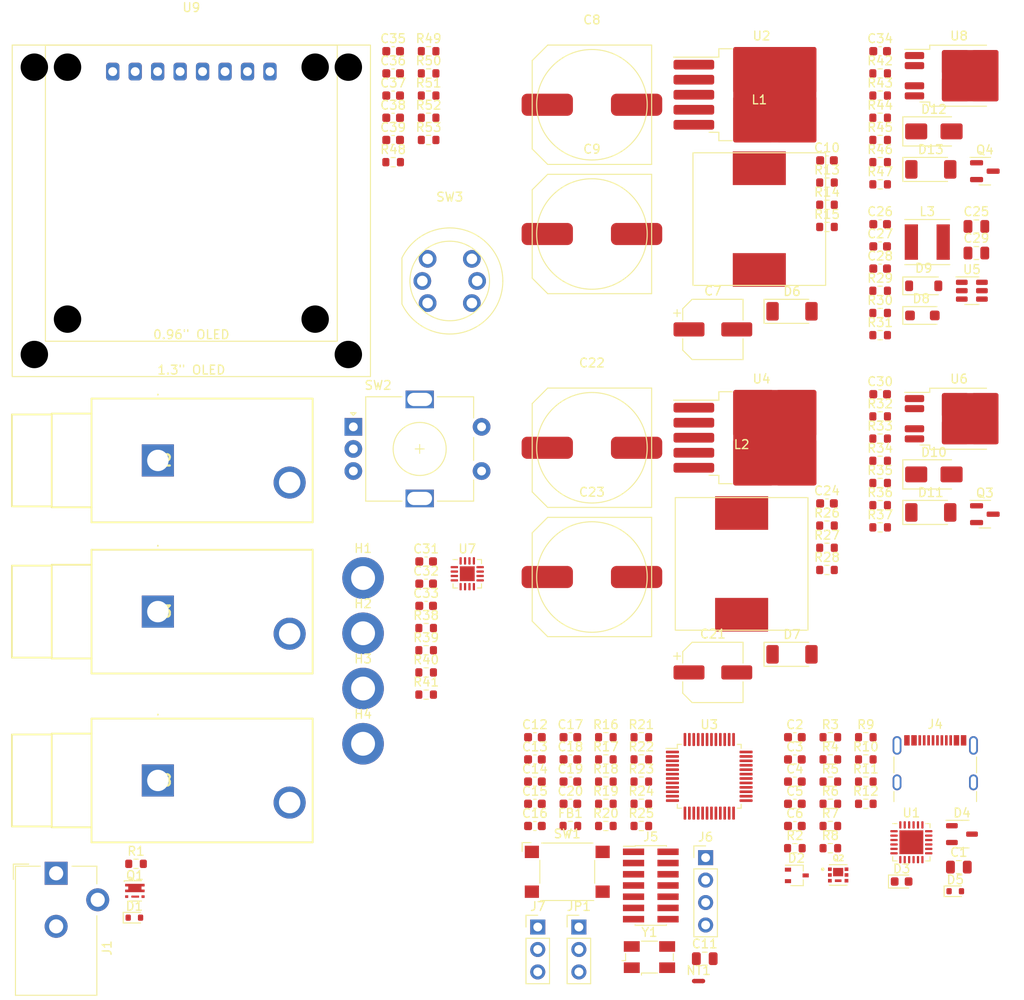
<source format=kicad_pcb>
(kicad_pcb (version 20221018) (generator pcbnew)
  (layers (0 "F.Cu" signal) (31 "B.Cu" signal) (34 "B.Paste" user) (35 "F.Paste" user) (36 "B.SilkS" user "B.Silkscreen") (37 "F.SilkS" user "F.Silkscreen") (38 "B.Mask" user) (39 "F.Mask" user) (44 "Edge.Cuts" user))
  (net 0 "")
  (net 1 "Net-(D3-K)")
  (net 2 "GND")
  (net 3 "Net-(D5-K)")
  (net 4 "Net-(U1-VREG_1V2)")
  (net 5 "/USB C Power Delivery/2V7")
  (net 6 "Net-(C6-Pad1)")
  (net 7 "VBUS")
  (net 8 "/Out Power Control 2/V_{IN}")
  (net 9 "+3V3")
  (net 10 "/MCU/OSC_{IN}")
  (net 11 "/MCU/~{RESET}")
  (net 12 "/MCU/VDDA")
  (net 13 "GNDA")
  (net 14 "Net-(C16-Pad1)")
  (net 15 "/Out Power Control 1/V_{IN}")
  (net 16 "Net-(U5-BST)")
  (net 17 "Net-(D8-K)")
  (net 18 "Net-(U5-FB)")
  (net 19 "/V_{SMPS}1")
  (net 20 "Net-(U7-CAP)")
  (net 21 "Net-(U7-VREF)")
  (net 22 "/V_{SMPS}2")
  (net 23 "/IO/Encod.DT")
  (net 24 "/IO/Encod.CLK")
  (net 25 "/IO/Footswitch")
  (net 26 "/IO/Encod.SW")
  (net 27 "/IO/Handswitch")
  (net 28 "Net-(D1-A)")
  (net 29 "/USB C Power Delivery/CC1")
  (net 30 "/USB C Power Delivery/CC2")
  (net 31 "/BUS_{USB}.D-")
  (net 32 "/BUS_{USB}.D+")
  (net 33 "Net-(D6-K)")
  (net 34 "Net-(D7-K)")
  (net 35 "Net-(D10-K)")
  (net 36 "/Out Power Control 1/V_{OUT}")
  (net 37 "Net-(D12-K)")
  (net 38 "/Out Power Control 2/V_{OUT}")
  (net 39 "Net-(Q1-D)")
  (net 44 "/MCU/SWDIO")
  (net 45 "/MCU/SWCLK")
  (net 49 "/MCU/Debug.Rx")
  (net 50 "/MCU/Debug.Tx")
  (net 51 "Net-(JP1-C)")
  (net 52 "Net-(Q2-G)")
  (net 53 "Net-(Q3-G)")
  (net 54 "Net-(Q3-D)")
  (net 55 "Net-(Q4-G)")
  (net 56 "Net-(Q4-D)")
  (net 57 "Net-(U1-ADDR0)")
  (net 58 "Net-(U1-ADDR1)")
  (net 59 "Net-(U1-RESET)")
  (net 60 "Net-(U1-VBUS_VS_DISCH)")
  (net 61 "Net-(U1-VBUS_EN_SNK)")
  (net 62 "Net-(U1-DISCH)")
  (net 63 "Net-(U2-FB)")
  (net 64 "/V_{DAC}2")
  (net 65 "/MCU/OSC_{OUT}")
  (net 66 "/BUS_{I2C}.SCL")
  (net 67 "Net-(U3-BOOT0)")
  (net 68 "/BUS_{I2C}.SDA")
  (net 69 "/EN_{SMPS}")
  (net 70 "Net-(U3-PB2)")
  (net 71 "Net-(U3-PB13)")
  (net 72 "/SW1")
  (net 73 "Net-(U3-PB14)")
  (net 74 "/SW2")
  (net 75 "/MCU/USB_DFU")
  (net 76 "Net-(U4-FB)")
  (net 77 "/V_{DAC}1")
  (net 78 "Net-(U5-EN)")
  (net 79 "Net-(U6-IN)")
  (net 80 "Net-(U6-IS)")
  (net 81 "Net-(U7-A0{slash}SDI)")
  (net 82 "Net-(U7-GPIO{slash}SDO)")
  (net 83 "Net-(U8-IN)")
  (net 84 "Net-(U8-IS)")
  (net 85 "Net-(SW3-A)")
  (net 86 "/IO/SW_LED")
  (net 97 "/IO/OLED.~{CS}")
  (net 98 "/IO/OLED.SCK")
  (net 99 "/IO/OLED.MISO")
  (net 100 "/IO/OLED.MOSI")
  (net 106 "/IO/OLED_{DC}")
  (net 107 "/IO/OLED_{RES}")
  (footprint "Package_TO_SOT_SMD:TO-263-5_TabPin3" (layer "F.Cu") (at 105.25 62.73)
    (fp_text reference "U4" (at 0 -6.65) (layer "F.SilkS"))
    (fp_text value "LM2576S-ADJ")
    (pad "1" smd roundrect (at -7.65 -3.4) (size 4.6 1.1) (layers "F.Cu" "F.Paste" "F.Mask") (roundrect_rratio 0.227273) (net 7 "VBUS"))
    (pad "2" smd roundrect (at -7.65 -1.7) (size 4.6 1.1) (layers "F.Cu" "F.Paste" "F.Mask") (roundrect_rratio 0.227273) (net 34 "Net-(D7-K)"))
    (pad "3" smd roundrect (at -7.65 0) (size 4.6 1.1) (layers "F.Cu" "F.Paste" "F.Mask") (roundrect_rratio 0.227273) (net 2 "GND"))
    (pad "3" smd roundrect (at -0.925 -2.775) (size 4.55 5.25) (layers "F.Cu" "F.Paste") (roundrect_rratio 0.054945) (net 2 "GND"))
    (pad "3" smd roundrect (at -0.925 2.775) (size 4.55 5.25) (layers "F.Cu" "F.Paste") (roundrect_rratio 0.054945) (net 2 "GND"))
    (pad "3" smd roundrect (at 1.5 0) (size 9.4 10.8) (layers "F.Cu" "F.Mask") (roundrect_rratio 0.026596) (net 2 "GND"))
    (pad "3" smd roundrect (at 3.925 -2.775) (size 4.55 5.25) (layers "F.Cu" "F.Paste") (roundrect_rratio 0.054945) (net 2 "GND"))
    (pad "3" smd roundrect (at 3.925 2.775) (size 4.55 5.25) (layers "F.Cu" "F.Paste") (roundrect_rratio 0.054945) (net 2 "GND"))
    (pad "4" smd roundrect (at -7.65 1.7) (size 4.6 1.1) (layers "F.Cu" "F.Paste" "F.Mask") (roundrect_rratio 0.227273) (net 76 "Net-(U4-FB)"))
    (pad "5" smd roundrect (at -7.65 3.4) (size 4.6 1.1) (layers "F.Cu" "F.Paste" "F.Mask") (roundrect_rratio 0.227273) (net 69 "/EN_{SMPS}"))
  )
  (footprint "Resistor_SMD:R_0603_1608Metric" (layer "F.Cu") (at 67.33 89.28)
    (fp_text reference "R40" (at 0 -1.43) (layer "F.SilkS"))
    (fp_text value "DNP")
    (pad "1" smd roundrect (at -0.825 0) (size 0.8 0.95) (layers "F.Cu" "F.Paste" "F.Mask") (net 81 "Net-(U7-A0{slash}SDI)"))
    (pad "2" smd roundrect (at 0.825 0) (size 0.8 0.95) (layers "F.Cu" "F.Paste" "F.Mask") (net 9 "+3V3"))
  )
  (footprint "Resistor_SMD:R_0603_1608Metric" (layer "F.Cu") (at 67.61 19.01)
    (fp_text reference "R49" (at 0 -1.43) (layer "F.SilkS"))
    (fp_text value "10k")
    (pad "1" smd roundrect (at -0.825 0) (size 0.8 0.95) (layers "F.Cu" "F.Paste" "F.Mask") (net 9 "+3V3"))
    (pad "2" smd roundrect (at 0.825 0) (size 0.8 0.95) (layers "F.Cu" "F.Paste" "F.Mask") (net 24 "/IO/Encod.CLK"))
  )
  (footprint "Package_TO_SOT_SMD:TO-252-4" (layer "F.Cu") (at 127.58 21.78)
    (fp_text reference "U8" (at 0 -4.5) (layer "F.SilkS"))
    (fp_text value "BTS6133D")
    (pad "1" smd roundrect (at -5.04 -2.28) (size 2.2 0.8) (layers "F.Cu" "F.Paste" "F.Mask") (net 38 "/Out Power Control 2/V_{OUT}"))
    (pad "2" smd roundrect (at -5.04 -1.14) (size 2.2 0.8) (layers "F.Cu" "F.Paste" "F.Mask") (net 83 "Net-(U8-IN)"))
    (pad "3" smd roundrect (at -0.415 -1.525) (size 3.05 2.75) (layers "F.Cu" "F.Paste") (roundrect_rratio 0.090909) (net 8 "/Out Power Control 2/V_{IN}"))
    (pad "3" smd roundrect (at -0.415 1.525) (size 3.05 2.75) (layers "F.Cu" "F.Paste") (roundrect_rratio 0.090909) (net 8 "/Out Power Control 2/V_{IN}"))
    (pad "3" smd roundrect (at 1.26 0) (size 6.4 5.8) (layers "F.Cu" "F.Mask") (roundrect_rratio 0.043103) (net 8 "/Out Power Control 2/V_{IN}"))
    (pad "3" smd roundrect (at 2.935 -1.525) (size 3.05 2.75) (layers "F.Cu" "F.Paste") (roundrect_rratio 0.090909) (net 8 "/Out Power Control 2/V_{IN}"))
    (pad "3" smd roundrect (at 2.935 1.525) (size 3.05 2.75) (layers "F.Cu" "F.Paste") (roundrect_rratio 0.090909) (net 8 "/Out Power Control 2/V_{IN}"))
    (pad "4" smd roundrect (at -5.04 1.14) (size 2.2 0.8) (layers "F.Cu" "F.Paste" "F.Mask") (net 84 "Net-(U8-IS)"))
    (pad "5" smd roundrect (at -5.04 2.28) (size 2.2 0.8) (layers "F.Cu" "F.Paste" "F.Mask") (net 38 "/Out Power Control 2/V_{OUT}"))
  )
  (footprint "Resistor_SMD:R_0603_1608Metric" (layer "F.Cu") (at 117.04 104.14)
    (fp_text reference "R12" (at 0 -1.43) (layer "F.SilkS"))
    (fp_text value "1k")
    (pad "1" smd roundrect (at -0.825 0) (size 0.8 0.95) (layers "F.Cu" "F.Paste" "F.Mask") (net 62 "Net-(U1-DISCH)"))
    (pad "2" smd roundrect (at 0.825 0) (size 0.8 0.95) (layers "F.Cu" "F.Paste" "F.Mask") (net 7 "VBUS"))
  )
  (footprint "Capacitor_SMD:C_0603_1608Metric" (layer "F.Cu") (at 118.66 19.01)
    (fp_text reference "C34" (at 0 -1.43) (layer "F.SilkS"))
    (fp_text value "1u")
    (pad "1" smd roundrect (at -0.775 0) (size 0.9 0.95) (layers "F.Cu" "F.Paste" "F.Mask") (net 22 "/V_{SMPS}2"))
    (pad "2" smd roundrect (at 0.775 0) (size 0.9 0.95) (layers "F.Cu" "F.Paste" "F.Mask") (net 2 "GND"))
  )
  (footprint "TattooSupplyFootprints:CPL_12.5_14" (layer "F.Cu") (at 86.075 63.865)
    (fp_text reference "C22" (at 0 -9.6 unlocked) (layer "F.SilkS"))
    (fp_text value "470u/35V")
    (pad "1" smd roundrect (at -5.05 0) (size 5.8 2.5) (layers "F.Cu" "F.Paste" "F.Mask") (net 15 "/Out Power Control 1/V_{IN}"))
    (pad "2" smd roundrect (at 5.05 0) (size 5.8 2.5) (layers "F.Cu" "F.Paste" "F.Mask") (net 2 "GND"))
  )
  (footprint "MountingHole:MountingHole_2.7mm_M2.5_DIN965_Pad" (layer "F.Cu") (at 60.2 84.85)
    (fp_text reference "H2" (at 0 -3.35) (layer "F.SilkS"))
    (fp_text value "MountingHole_Pad")
    (pad "1" thru_hole circle (at 0 0) (size 4.7 4.7) (drill 2.7) (layers "*.Cu" "*.Mask") (net 2 "GND"))
  )
  (footprint "Capacitor_SMD:C_0805_2012Metric" (layer "F.Cu") (at 129.54 41.84)
    (fp_text reference "C29" (at 0 -1.68) (layer "F.SilkS"))
    (fp_text value "22u")
    (pad "1" smd roundrect (at -0.95 0) (size 1 1.45) (layers "F.Cu" "F.Paste" "F.Mask") (net 9 "+3V3"))
    (pad "2" smd roundrect (at 0.95 0) (size 1 1.45) (layers "F.Cu" "F.Paste" "F.Mask") (net 2 "GND"))
  )
  (footprint "Resistor_SMD:R_0603_1608Metric" (layer "F.Cu") (at 91.66 99.12)
    (fp_text reference "R22" (at 0 -1.43) (layer "F.SilkS"))
    (fp_text value "100k")
    (pad "1" smd roundrect (at -0.825 0) (size 0.8 0.95) (layers "F.Cu" "F.Paste" "F.Mask") (net 2 "GND"))
    (pad "2" smd roundrect (at 0.825 0) (size 0.8 0.95) (layers "F.Cu" "F.Paste" "F.Mask") (net 70 "Net-(U3-PB2)"))
  )
  (footprint "Capacitor_SMD:CP_Elec_6.3x7.7" (layer "F.Cu") (at 99.75 89.28)
    (fp_text reference "C21" (at 0 -4.35) (layer "F.SilkS"))
    (fp_text value "100u/35V")
    (pad "1" smd roundrect (at -2.7 0) (size 3.5 1.6) (layers "F.Cu" "F.Paste" "F.Mask") (roundrect_rratio 0.15625) (net 7 "VBUS"))
    (pad "2" smd roundrect (at 2.7 0) (size 3.5 1.6) (layers "F.Cu" "F.Paste" "F.Mask") (roundrect_rratio 0.15625) (net 2 "GND"))
  )
  (footprint "Rotary_Encoder:RotaryEncoder_Alps_EC11E-Switch_Vertical_H20mm" (layer "F.Cu") (at 59.1 61.5)
    (fp_text reference "SW2" (at 2.8 -4.7) (layer "F.SilkS"))
    (fp_text value "RotaryEncoder_Switch")
    (pad "A" thru_hole rect (at 0 0) (size 2 2) (drill 1) (layers "*.Cu" "*.Mask") (net 23 "/IO/Encod.DT"))
    (pad "B" thru_hole circle (at 0 5) (size 2 2) (drill 1) (layers "*.Cu" "*.Mask") (net 24 "/IO/Encod.CLK"))
    (pad "C" thru_hole circle (at 0 2.5) (size 2 2) (drill 1) (layers "*.Cu" "*.Mask") (net 2 "GND"))
    (pad "MP" thru_hole rect (at 7.5 -3.1) (size 3.2 2) (drill oval 2.8 1.5) (layers "*.Cu" "*.Mask"))
    (pad "MP" thru_hole rect (at 7.5 8.1) (size 3.2 2) (drill oval 2.8 1.5) (layers "*.Cu" "*.Mask"))
    (pad "S1" thru_hole circle (at 14.5 5) (size 2 2) (drill 1) (layers "*.Cu" "*.Mask") (net 26 "/IO/Encod.SW"))
    (pad "S2" thru_hole circle (at 14.5 0) (size 2 2) (drill 1) (layers "*.Cu" "*.Mask") (net 2 "GND"))
  )
  (footprint "Capacitor_SMD:C_0603_1608Metric" (layer "F.Cu") (at 109.02 104.14)
    (fp_text reference "C5" (at 0 -1.43) (layer "F.SilkS"))
    (fp_text value "1u")
    (pad "1" smd roundrect (at -0.775 0) (size 0.9 0.95) (layers "F.Cu" "F.Paste" "F.Mask") (net 5 "/USB C Power Delivery/2V7"))
    (pad "2" smd roundrect (at 0.775 0) (size 0.9 0.95) (layers "F.Cu" "F.Paste" "F.Mask") (net 2 "GND"))
  )
  (footprint "Capacitor_SMD:C_0603_1608Metric" (layer "F.Cu") (at 109.02 99.12)
    (fp_text reference "C3" (at 0 -1.43) (layer "F.SilkS"))
    (fp_text value "1u")
    (pad "1" smd roundrect (at -0.775 0) (size 0.9 0.95) (layers "F.Cu" "F.Paste" "F.Mask") (net 2 "GND"))
    (pad "2" smd roundrect (at 0.775 0) (size 0.9 0.95) (layers "F.Cu" "F.Paste" "F.Mask") (net 1 "Net-(D3-K)"))
  )
  (footprint "Resistor_SMD:R_0603_1608Metric" (layer "F.Cu") (at 67.61 24.03)
    (fp_text reference "R51" (at 0 -1.43) (layer "F.SilkS"))
    (fp_text value "10k")
    (pad "1" smd roundrect (at -0.825 0) (size 0.8 0.95) (layers "F.Cu" "F.Paste" "F.Mask") (net 26 "/IO/Encod.SW"))
    (pad "2" smd roundrect (at 0.825 0) (size 0.8 0.95) (layers "F.Cu" "F.Paste" "F.Mask") (net 9 "+3V3"))
  )
  (footprint "Capacitor_SMD:C_0603_1608Metric" (layer "F.Cu") (at 109.02 101.63)
    (fp_text reference "C4" (at 0 -1.43) (layer "F.SilkS"))
    (fp_text value "1u")
    (pad "1" smd roundrect (at -0.775 0) (size 0.9 0.95) (layers "F.Cu" "F.Paste" "F.Mask") (net 4 "Net-(U1-VREG_1V2)"))
    (pad "2" smd roundrect (at 0.775 0) (size 0.9 0.95) (layers "F.Cu" "F.Paste" "F.Mask") (net 2 "GND"))
  )
  (footprint "Resistor_SMD:R_0603_1608Metric" (layer "F.Cu") (at 118.66 72.87)
    (fp_text reference "R37" (at 0 -1.43) (layer "F.SilkS"))
    (fp_text value "1k")
    (pad "1" smd roundrect (at -0.825 0) (size 0.8 0.95) (layers "F.Cu" "F.Paste" "F.Mask") (net 80 "Net-(U6-IS)"))
    (pad "2" smd roundrect (at 0.825 0) (size 0.8 0.95) (layers "F.Cu" "F.Paste" "F.Mask") (net 2 "GND"))
  )
  (footprint "Package_TO_SOT_SMD:Vishay_PowerPAK_SC70-6L_Single" (layer "F.Cu") (at 34.4 113.99)
    (fp_text reference "Q1" (at 0 -1.75) (layer "F.SilkS"))
    (fp_text value "SiA441DJ")
    (pad "1" smd custom (at 0 -0.325) (size 1.5 0.95) (layers "F.Cu" "F.Mask") (net 39 "Net-(Q1-D)") (options (clearance outline) (anchor rect)) (primitives (gr_poly (pts (xy 1.1 -0.175) (xy -1.1 -0.175) (xy -1.1 -0.475) (xy 1.1 -0.475)) (width 0) (fill yes)) (gr_poly (pts (xy 1.1 0.475) (xy -1.1 0.475) (xy -1.1 0.175) (xy 1.1 0.175)) (width 0) (fill yes))))
    (pad "3" smd rect (at -0.925 0.65) (size 0.35 0.3) (layers "F.Cu" "F.Paste" "F.Mask") (net 28 "Net-(D1-A)"))
    (pad "4" smd rect (at 0.04 0.65) (size 0.87 0.235) (layers "F.Cu" "F.Paste" "F.Mask") (net 7 "VBUS"))
    (pad "4" smd rect (at 0.925 0.65) (size 0.35 0.3) (layers "F.Cu" "F.Paste" "F.Mask") (net 7 "VBUS"))
  )
  (footprint "Resistor_SMD:R_0603_1608Metric" (layer "F.Cu") (at 91.66 96.61)
    (fp_text reference "R21" (at 0 -1.43) (layer "F.SilkS"))
    (fp_text value "10k")
    (pad "1" smd roundrect (at -0.825 0) (size 0.8 0.95) (layers "F.Cu" "F.Paste" "F.Mask") (net 9 "+3V3"))
    (pad "2" smd roundrect (at 0.825 0) (size 0.8 0.95) (layers "F.Cu" "F.Paste" "F.Mask") (net 69 "/EN_{SMPS}"))
  )
  (footprint "Package_TO_SOT_SMD:TO-263-5_TabPin3" (layer "F.Cu") (at 105.25 23.93)
    (fp_text reference "U2" (at 0 -6.65) (layer "F.SilkS"))
    (fp_text value "LM2576S-ADJ")
    (pad "1" smd roundrect (at -7.65 -3.4) (size 4.6 1.1) (layers "F.Cu" "F.Paste" "F.Mask") (roundrect_rratio 0.227273) (net 7 "VBUS"))
    (pad "2" smd roundrect (at -7.65 -1.7) (size 4.6 1.1) (layers "F.Cu" "F.Paste" "F.Mask") (roundrect_rratio 0.227273) (net 33 "Net-(D6-K)"))
    (pad "3" smd roundrect (at -7.65 0) (size 4.6 1.1) (layers "F.Cu" "F.Paste" "F.Mask") (roundrect_rratio 0.227273) (net 2 "GND"))
    (pad "3" smd roundrect (at -0.925 -2.775) (size 4.55 5.25) (layers "F.Cu" "F.Paste") (roundrect_rratio 0.054945) (net 2 "GND"))
    (pad "3" smd roundrect (at -0.925 2.775) (size 4.55 5.25) (layers "F.Cu" "F.Paste") (roundrect_rratio 0.054945) (net 2 "GND"))
    (pad "3" smd roundrect (at 1.5 0) (size 9.4 10.8) (layers "F.Cu" "F.Mask") (roundrect_rratio 0.026596) (net 2 "GND"))
    (pad "3" smd roundrect (at 3.925 -2.775) (size 4.55 5.25) (layers "F.Cu" "F.Paste") (roundrect_rratio 0.054945) (net 2 "GND"))
    (pad "3" smd roundrect (at 3.925 2.775) (size 4.55 5.25) (layers "F.Cu" "F.Paste") (roundrect_rratio 0.054945) (net 2 "GND"))
    (pad "4" smd roundrect (at -7.65 1.7) (size 4.6 1.1) (layers "F.Cu" "F.Paste" "F.Mask") (roundrect_rratio 0.227273) (net 63 "Net-(U2-FB)"))
    (pad "5" smd roundrect (at -7.65 3.4) (size 4.6 1.1) (layers "F.Cu" "F.Paste" "F.Mask") (roundrect_rratio 0.227273) (net 69 "/EN_{SMPS}"))
  )
  (footprint "Resistor_SMD:R_0603_1608Metric" (layer "F.Cu") (at 87.65 99.12)
    (fp_text reference "R17" (at 0 -1.43) (layer "F.SilkS"))
    (fp_text value "4.7k")
    (pad "1" smd roundrect (at -0.825 0) (size 0.8 0.95) (layers "F.Cu" "F.Paste" "F.Mask") (net 9 "+3V3"))
    (pad "2" smd roundrect (at 0.825 0) (size 0.8 0.95) (layers "F.Cu" "F.Paste" "F.Mask") (net 66 "/BUS_{I2C}.SCL"))
  )
  (footprint "Diode_SMD:D_SOD-523" (layer "F.Cu") (at 127.155 114.03)
    (fp_text reference "D5" (at 0 -1.3) (layer "F.SilkS"))
    (fp_text value "RB501SM-30FHT2R")
    (pad "1" smd roundrect (at -0.7 0 180) (size 0.6 0.7) (layers "F.Cu" "F.Paste" "F.Mask") (net 3 "Net-(D5-K)"))
    (pad "2" smd roundrect (at 0.7 0 180) (size 0.6 0.7) (layers "F.Cu" "F.Paste" "F.Mask") (net 1 "Net-(D3-K)"))
  )
  (footprint "Resistor_SMD:R_0603_1608Metric" (layer "F.Cu") (at 118.66 34.07)
    (fp_text reference "R47" (at 0 -1.43) (layer "F.SilkS"))
    (fp_text value "1k")
    (pad "1" smd roundrect (at -0.825 0) (size 0.8 0.95) (layers "F.Cu" "F.Paste" "F.Mask") (net 84 "Net-(U8-IS)"))
    (pad "2" smd roundrect (at 0.825 0) (size 0.8 0.95) (layers "F.Cu" "F.Paste" "F.Mask") (net 2 "GND"))
  )
  (footprint "Diode_SMD:D_0603_1608Metric" (layer "F.Cu") (at 121.09 112.93)
    (fp_text reference "D3" (at 0 -1.43) (layer "F.SilkS"))
    (fp_text value "ESDA25P35")
    (pad "1" smd roundrect (at -0.7875 0) (size 0.875 0.95) (layers "F.Cu" "F.Paste" "F.Mask") (net 1 "Net-(D3-K)"))
    (pad "2" smd roundrect (at 0.7875 0) (size 0.875 0.95) (layers "F.Cu" "F.Paste" "F.Mask") (net 2 "GND"))
  )
  (footprint "Capacitor_SMD:C_0603_1608Metric" (layer "F.Cu") (at 109.02 106.65)
    (fp_text reference "C6" (at 0 -1.43) (layer "F.SilkS"))
    (fp_text value "100n")
    (pad "1" smd roundrect (at -0.775 0) (size 0.9 0.95) (layers "F.Cu" "F.Paste" "F.Mask") (net 6 "Net-(C6-Pad1)"))
    (pad "2" smd roundrect (at 0.775 0) (size 0.9 0.95) (layers "F.Cu" "F.Paste" "F.Mask") (net 7 "VBUS"))
  )
  (footprint "Button_Switch_SMD:SW_SPST_Omron_B3FS-101xP" (layer "F.Cu") (at 83.285 111.83)
    (fp_text reference "SW1" (at 0 -4.3) (layer "F.SilkS"))
    (fp_text value "Reset")
    (pad "1" smd rect (at -4 -2.25 180) (size 1.6 1.4) (layers "F.Cu" "F.Paste" "F.Mask") (net 11 "/MCU/~{RESET}"))
    (pad "1" smd rect (at 4 -2.25 180) (size 1.6 1.4) (layers "F.Cu" "F.Paste" "F.Mask") (net 11 "/MCU/~{RESET}"))
    (pad "2" smd rect (at -4 2.25 180) (size 1.6 1.4) (layers "F.Cu" "F.Paste" "F.Mask") (net 2 "GND"))
    (pad "2" smd rect (at 4 2.25 180) (size 1.6 1.4) (layers "F.Cu" "F.Paste" "F.Mask") (net 2 "GND"))
  )
  (footprint "Resistor_SMD:R_0603_1608Metric" (layer "F.Cu") (at 87.65 101.63)
    (fp_text reference "R18" (at 0 -1.43) (layer "F.SilkS"))
    (fp_text value "100k")
    (pad "1" smd roundrect (at -0.825 0) (size 0.8 0.95) (layers "F.Cu" "F.Paste" "F.Mask") (net 9 "+3V3"))
    (pad "2" smd roundrect (at 0.825 0) (size 0.8 0.95) (layers "F.Cu" "F.Paste" "F.Mask") (net 67 "Net-(U3-BOOT0)"))
  )
  (footprint "Resistor_SMD:R_0603_1608Metric" (layer "F.Cu") (at 118.66 67.85)
    (fp_text reference "R35" (at 0 -1.43) (layer "F.SilkS"))
    (fp_text value "10k")
    (pad "1" smd roundrect (at -0.825 0) (size 0.8 0.95) (layers "F.Cu" "F.Paste" "F.Mask") (net 53 "Net-(Q3-G)"))
    (pad "2" smd roundrect (at 0.825 0) (size 0.8 0.95) (layers "F.Cu" "F.Paste" "F.Mask") (net 2 "GND"))
  )
  (footprint "TattooSupplyFootprints:CPL_12.5_14" (layer "F.Cu") (at 86.075 39.685)
    (fp_text reference "C9" (at 0 -9.6 unlocked) (layer "F.SilkS"))
    (fp_text value "470u/35V")
    (pad "1" smd roundrect (at -5.05 0) (size 5.8 2.5) (layers "F.Cu" "F.Paste" "F.Mask") (net 8 "/Out Power Control 2/V_{IN}"))
    (pad "2" smd roundrect (at 5.05 0) (size 5.8 2.5) (layers "F.Cu" "F.Paste" "F.Mask") (net 2 "GND"))
  )
  (footprint "Resistor_SMD:R_0603_1608Metric" (layer "F.Cu") (at 63.6 31.56)
    (fp_text reference "R48" (at 0 -1.43) (layer "F.SilkS"))
    (fp_text value "10k")
    (pad "1" smd roundrect (at -0.825 0) (size 0.8 0.95) (layers "F.Cu" "F.Paste" "F.Mask") (net 23 "/IO/Encod.DT"))
    (pad "2" smd roundrect (at 0.825 0) (size 0.8 0.95) (layers "F.Cu" "F.Paste" "F.Mask") (net 9 "+3V3"))
  )
  (footprint "Diode_SMD:D_SOD-128" (layer "F.Cu") (at 108.695 87.23)
    (fp_text reference "D7" (at 0 -2.25) (layer "F.SilkS"))
    (fp_text value "PMEG4050EP,115")
    (pad "1" smd roundrect (at -2.2 0) (size 1.4 2.1) (layers "F.Cu" "F.Paste" "F.Mask") (roundrect_rratio 0.1785714286) (net 34 "Net-(D7-K)"))
    (pad "2" smd roundrect (at 2.2 0) (size 1.4 2.1) (layers "F.Cu" "F.Paste" "F.Mask") (roundrect_rratio 0.1785714286) (net 2 "GND"))
  )
  (footprint "Capacitor_SMD:C_0603_1608Metric" (layer "F.Cu") (at 79.63 106.65)
    (fp_text reference "C16" (at 0 -1.43) (layer "F.SilkS"))
    (fp_text value "20p")
    (pad "1" smd roundrect (at -0.775 0) (size 0.9 0.95) (layers "F.Cu" "F.Paste" "F.Mask") (net 14 "Net-(C16-Pad1)"))
    (pad "2" smd roundrect (at 0.775 0) (size 0.9 0.95) (layers "F.Cu" "F.Paste" "F.Mask") (net 2 "GND"))
  )
  (footprint "Resistor_SMD:R_0603_1608Metric" (layer "F.Cu") (at 113.03 109.16)
    (fp_text reference "R8" (at 0 -1.43) (layer "F.SilkS"))
    (fp_text value "100k")
    (pad "1" smd roundrect (at -0.825 0) (size 0.8 0.95) (layers "F.Cu" "F.Paste" "F.Mask") (net 2 "GND"))
    (pad "2" smd roundrect (at 0.825 0) (size 0.8 0.95) (layers "F.Cu" "F.Paste" "F.Mask") (net 58 "Net-(U1-ADDR1)"))
  )
  (footprint "Connector_USB:USB_C_Receptacle_GCT_USB4105-xx-A_16P_TopMnt_Horizontal" (layer "F.Cu") (at 124.89 100.64)
    (fp_text reference "J4" (at 0 -5.5 unlocked) (layer "F.SilkS"))
    (fp_text value "USB_C_Receptacle_USB2.0")
    (pad "" np_thru_hole circle (at -2.89 -2.605) (size 0.65 0.65) (drill 0.65) (layers "F&B.Cu" "*.Mask"))
    (pad "" np_thru_hole circle (at 2.89 -2.605) (size 0.65 0.65) (drill 0.65) (layers "F&B.Cu" "*.Mask"))
    (pad "A1" smd rect (at -3.2 -3.68) (size 0.6 1.15) (layers "F.Cu" "F.Paste" "F.Mask") (net 2 "GND"))
    (pad "A4" smd rect (at -2.4 -3.68) (size 0.6 1.15) (layers "F.Cu" "F.Paste" "F.Mask") (net 1 "Net-(D3-K)"))
    (pad "A5" smd rect (at -1.25 -3.68) (size 0.3 1.15) (layers "F.Cu" "F.Paste" "F.Mask") (net 29 "/USB C Power Delivery/CC1"))
    (pad "A6" smd rect (at -0.25 -3.68) (size 0.3 1.15) (layers "F.Cu" "F.Paste" "F.Mask") (net 32 "/BUS_{USB}.D+"))
    (pad "A7" smd rect (at 0.25 -3.68) (size 0.3 1.15) (layers "F.Cu" "F.Paste" "F.Mask") (net 31 "/BUS_{USB}.D-"))
    (pad "A8" smd rect (at 1.25 -3.68) (size 0.3 1.15) (layers "F.Cu" "F.Paste" "F.Mask"))
    (pad "A9" smd rect (at 2.4 -3.68) (size 0.6 1.15) (layers "F.Cu" "F.Paste" "F.Mask") (net 1 "Net-(D3-K)"))
    (pad "A12" smd rect (at 3.2 -3.68) (size 0.6 1.15) (layers "F.Cu" "F.Paste" "F.Mask") (net 2 "GND"))
    (pad "B1" smd rect (at 3.2 -3.68) (size 0.6 1.15) (layers "F.Cu" "F.Paste" "F.Mask") (net 2 "GND"))
    (pad "B4" smd rect (at 2.4 -3.68) (size 0.6 1.15) (layers "F.Cu" "F.Paste" "F.Mask") (net 1 "Net-(D3-K)"))
    (pad "B5" smd rect (at 1.75 -3.68) (size 0.3 1.15) (layers "F.Cu" "F.Paste" "F.Mask") (net 30 "/USB C Power Delivery/CC2"))
    (pad "B6" smd rect (at 0.75 -3.68) (size 0.3 1.15) (layers "F.Cu" "F.Paste" "F.Mask") (net 32 "/BUS_{USB}.D+"))
    (pad "B7" smd rect (at -0.75 -3.68) (size 0.3 1.15) (layers "F.Cu" "F.Paste" "F.Mask") (net 31 "/BUS_{USB}.D-"))
    (pad "B8" smd rect (at -1.75 -3.68) (size 0.3 1.15) (layers "F.Cu" "F.Paste" "F.Mask"))
    (pad "B9" smd rect (at -2.4 -3.68) (size 0.6 1.15) (layers "F.Cu" "F.Paste" "F.Mask") (net 1 "Net-(D3-K)"))
    (pad "B12" smd rect (at -3.2 -3.68) (size 0.6 1.15) (layers "F.Cu" "F.Paste" "F.Mask") (net 2 "GND"))
    (pad "S1" thru_hole oval (at -4.32 -3.105) (size 1 2.1) (drill oval 0.6 1.7) (layers "*.Cu" "*.Mask") (net 2 "GND"))
    (pad "S1" thru_hole oval (at -4.32 1.075) (size 1 1.8) (drill oval 0.6 1.4) (layers "*.Cu" "*.Mask") (net 2 "GND"))
    (pad "S1" thru_hole oval (at 4.32 -3.105) (size 1 2.1) (drill oval 0.6 1.7) (layers "*.Cu" "*.Mask") (net 2 "GND"))
    (pad "S1" thru_hole oval (at 4.32 1.075) (size 1 1.8) (drill oval 0.6 1.4) (layers "*.Cu" "*.Mask") (net 2 "GND"))
  )
  (footprint "Capacitor_SMD:C_0603_1608Metric" (layer "F.Cu") (at 63.6 21.52)
    (fp_text reference "C36" (at 0 -1.43) (layer "F.SilkS"))
    (fp_text value "10n")
    (pad "1" smd roundrect (at -0.775 0) (size 0.9 0.95) (layers "F.Cu" "F.Paste" "F.Mask") (net 24 "/IO/Encod.CLK"))
    (pad "2" smd roundrect (at 0.775 0) (size 0.9 0.95) (layers "F.Cu" "F.Paste" "F.Mask") (net 2 "GND"))
  )
  (footprint "TattooSupplyFootprints:MSS1583" (layer "F.Cu") (at 105 38)
    (fp_text reference "L1" (at 0 -13.5 unlocked) (layer "F.SilkS"))
    (fp_text value "MSS1583-154KED")
    (pad "1" smd rect (at 0 -5.75) (size 6 3.8) (layers "F.Cu" "F.Paste" "F.Mask") (net 33 "Net-(D6-K)"))
    (pad "2" smd rect (at 0 5.75) (size 6 3.8) (layers "F.Cu" "F.Paste" "F.Mask") (net 8 "/Out Power Control 2/V_{IN}"))
  )
  (footprint "Package_TO_SOT_SMD:TSOT-23-6" (layer "F.Cu") (at 129.03 46.1)
    (fp_text reference "U5" (at 0 -2.4) (layer "F.SilkS"))
    (fp_text value "MP2456")
    (pad "1" smd roundrect (at -1.1375 -0.95) (size 1.325 0.6) (layers "F.Cu" "F.Paste" "F.Mask") (net 16 "Net-(U5-BST)"))
    (pad "2" smd roundrect (at -1.1375 0) (size 1.325 0.6) (layers "F.Cu" "F.Paste" "F.Mask") (net 2 "GND"))
    (pad "3" smd roundrect (at -1.1375 0.95) (size 1.325 0.6) (layers "F.Cu" "F.Paste" "F.Mask") (net 18 "Net-(U5-FB)"))
    (pad "4" smd roundrect (at 1.1375 0.95) (size 1.325 0.6) (layers "F.Cu" "F.Paste" "F.Mask") (net 78 "Net-(U5-EN)"))
    (pad "5" smd roundrect (at 1.1375 0) (size 1.325 0.6) (layers "F.Cu" "F.Paste" "F.Mask") (net 7 "VBUS"))
    (pad "6" smd roundrect (at 1.1375 -0.95) (size 1.325 0.6) (layers "F.Cu" "F.Paste" "F.Mask") (net 17 "Net-(D8-K)"))
  )
  (footprint "Diode_SMD:D_SOD-123F" (layer "F.Cu") (at 123.435 48.9)
    (fp_text reference "D8" (at -0.127 -1.905) (layer "F.SilkS"))
    (fp_text value "PMEG6010ER,115")
    (pad "1" smd roundrect (at -1.4 0) (size 1.1 1.1) (layers "F.Cu" "F.Paste" "F.Mask") (roundrect_rratio 0.2272727273) (net 17 "Net-(D8-K)"))
    (pad "2" smd roundrect (at 1.4 0) (size 1.1 1.1) (layers "F.Cu" "F.Paste" "F.Mask") (roundrect_rratio 0.2272727273) (net 2 "GND"))
  )
  (footprint "Resistor_SMD:R_0603_1608Metric" (layer "F.Cu") (at 112.65 75.18)
    (fp_text reference "R27" (at 0 -1.43) (layer "F.SilkS"))
    (fp_text value "1k")
    (pad "1" smd roundrect (at -0.825 0) (size 0.8 0.95) (layers "F.Cu" "F.Paste" "F.Mask") (net 76 "Net-(U4-FB)"))
    (pad "2" smd roundrect (at 0.825 0) (size 0.8 0.95) (layers "F.Cu" "F.Paste" "F.Mask") (net 2 "GND"))
  )
  (footprint "Capacitor_SMD:C_0805_2012Metric" (layer "F.Cu") (at 129.54 38.83)
    (fp_text reference "C25" (at 0 -1.68) (layer "F.SilkS"))
    (fp_text value "4.7u")
    (pad "1" smd roundrect (at -0.95 0) (size 1 1.45) (layers "F.Cu" "F.Paste" "F.Mask") (net 7 "VBUS"))
    (pad "2" smd roundrect (at 0.95 0) (size 1 1.45) (layers "F.Cu" "F.Paste" "F.Mask") (net 2 "GND"))
  )
  (footprint "Crystal:Crystal_SMD_Abracon_ABM3B-4Pin_5.0x3.2mm" (layer "F.Cu") (at 92.58 121.48)
    (fp_text reference "Y1" (at 0 -2.8) (layer "F.SilkS"))
    (fp_text value "ABM3B-8.000MHZ-B2-T")
    (pad "1" smd rect (at -2 1.2) (size 1.8 1.2) (layers "F.Cu" "F.Paste" "F.Mask") (net 10 "/MCU/OSC_{IN}"))
    (pad "2" smd rect (at 2 1.2) (size 1.8 1.2) (layers "F.Cu" "F.Paste" "F.Mask") (net 14 "Net-(C16-Pad1)"))
    (pad "3" smd rect (at 2 -1.2) (size 1.8 1.2) (layers "F.Cu" "F.Paste" "F.Mask"))
    (pad "4" smd rect (at -2 -1.2) (size 1.8 1.2) (layers "F.Cu" "F.Paste" "F.Mask"))
  )
  (footprint "TattooSupplyFootprints:MJ63022A" (layer "F.Cu") (at 37 65.3)
    (fp_text reference "J2" (at 0.5 0) (layer "F.SilkS") (effects (font (size 1.27 1.27) (thickness 0.254))))
    (fp_text value "Out_{1}" hide)
    (pad "S" thru_hole rect (at 0 0) (size 3.63 3.63) (drill 2.42) (layers "*.Cu" "*.Mask") (net 2 "GND"))
    (pad "T" thru_hole circle (at 14.9 2.5) (size 3.63 3.63) (drill 2.42) (layers "*.Cu" "*.Mask") (net 36 "/Out Power Control 1/V_{OUT}"))
  )
  (footprint "Capacitor_SMD:C_0603_1608Metric" (layer "F.Cu") (at 63.6 26.54)
    (fp_text reference "C38" (at 0 -1.43) (layer "F.SilkS"))
    (fp_text value "10n")
    (pad "1" smd roundrect (at -0.775 0) (size 0.9 0.95) (layers "F.Cu" "F.Paste" "F.Mask") (net 26 "/IO/Encod.SW"))
    (pad "2" smd roundrect (at 0.775 0) (size 0.9 0.95) (layers "F.Cu" "F.Paste" "F.Mask") (net 2 "GND"))
  )
  (footprint "Resistor_SMD:R_0603_1608Metric" (layer "F.Cu") (at 87.65 96.61)
    (fp_text reference "R16" (at 0 -1.43) (layer "F.SilkS"))
    (fp_text value "953")
    (pad "1" smd roundrect (at -0.825 0) (size 0.8 0.95) (layers "F.Cu" "F.Paste" "F.Mask") (net 14 "Net-(C16-Pad1)"))
    (pad "2" smd roundrect (at 0.825 0) (size 0.8 0.95) (layers "F.Cu" "F.Paste" "F.Mask") (net 65 "/MCU/OSC_{OUT}"))
  )
  (footprint "TattooSupplyFootprints:CPL_12.5_14" (layer "F.Cu") (at 86.075 25.065)
    (fp_text reference "C8" (at 0 -9.6 unlocked) (layer "F.SilkS"))
    (fp_text value "470u/35V")
    (pad "1" smd roundrect (at -5.05 0) (size 5.8 2.5) (layers "F.Cu" "F.Paste" "F.Mask") (net 8 "/Out Power Control 2/V_{IN}"))
    (pad "2" smd roundrect (at 5.05 0) (size 5.8 2.5) (layers "F.Cu" "F.Paste" "F.Mask") (net 2 "GND"))
  )
  (footprint "Inductor_SMD:L_Taiyo-Yuden_NR-50xx" (layer "F.Cu") (at 123.99 40.6)
    (fp_text reference "L3" (at 0 -3.45) (layer "F.SilkS"))
    (fp_text value "NRS5040T100MMGJ")
    (pad "1" smd rect (at -1.8 0) (size 1.5 4) (layers "F.Cu" "F.Paste" "F.Mask") (net 17 "Net-(D8-K)"))
    (pad "2" smd rect (at 1.8 0) (size 1.5 4) (layers "F.Cu" "F.Paste" "F.Mask") (net 9 "+3V3"))
  )
  (footprint "Package_DFN_QFN:WQFN-16-1EP_3x3mm_P0.5mm_EP1.68x1.68mm" (layer "F.Cu") (at 71.98 78.12)
    (fp_text reference "U7" (at 0 -2.82) (layer "F.SilkS"))
    (fp_text value "DACx3202")
    (pad "1" smd roundrect (at -1.4575 -0.75) (size 0.835 0.25) (layers "F.Cu" "F.Paste" "F.Mask") (net 77 "/V_{DAC}1"))
    (pad "2" smd roundrect (at -1.4575 -0.25) (size 0.835 0.25) (layers "F.Cu" "F.Paste" "F.Mask") (net 77 "/V_{DAC}1"))
    (pad "3" smd roundrect (at -1.4575 0.25) (size 0.835 0.25) (layers "F.Cu" "F.Paste" "F.Mask"))
    (pad "4" smd roundrect (at -1.4575 0.75) (size 0.835 0.25) (layers "F.Cu" "F.Paste" "F.Mask"))
    (pad "5" smd roundrect (at -0.75 1.4575) (size 0.25 0.835) (layers "F.Cu" "F.Paste" "F.Mask") (net 82 "Net-(U7-GPIO{slash}SDO)"))
    (pad "6" smd roundrect (at -0.25 1.4575) (size 0.25 0.835) (layers "F.Cu" "F.Paste" "F.Mask") (net 66 "/BUS_{I2C}.SCL"))
    (pad "7" smd roundrect (at 0.25 1.4575) (size 0.25 0.835) (layers "F.Cu" "F.Paste" "F.Mask") (net 81 "Net-(U7-A0{slash}SDI)"))
    (pad "8" smd roundrect (at 0.75 1.4575) (size 0.25 0.835) (layers "F.Cu" "F.Paste" "F.Mask") (net 68 "/BUS_{I2C}.SDA"))
    (pad "9" smd roundrect (at 1.4575 0.75) (size 0.835 0.25) (layers "F.Cu" "F.Paste" "F.Mask"))
    (pad "10" smd roundrect (at 1.4575 0.25) (size 0.835 0.25) (layers "F.Cu" "F.Paste" "F.Mask"))
    (pad "11" smd roundrect (at 1.4575 -0.25) (size 0.835 0.25) (layers "F.Cu" "F.Paste" "F.Mask") (net 64 "/V_{DAC}2"))
    (pad "12" smd roundrect (at 1.4575 -0.75) (size 0.835 0.25) (layers "F.Cu" "F.Paste" "F.Mask") (net 64 "/V_{DAC}2"))
    (pad "13" smd roundrect (at 0.75 -1.4575) (size 0.25 0.835) (layers "F.Cu" "F.Paste" "F.Mask") (net 20 "Net-(U7-CAP)"))
    (pad "14" smd roundrect (at 0.25 -1.4575) (size 0.25 0.835) (layers "F.Cu" "F.Paste" "F.Mask") (net 2 "GND"))
    (pad "15" smd roundrect (at -0.25 -1.4575) (size 0.25 0.835) (layers "F.Cu" "F.Paste" "F.Mask") (net 9 "+3V3"))
    (pad "16" smd roundrect (at -0.75 -1.4575) (size 0.25 0.835) (layers "F.Cu" "F.Paste" "F.Mask") (net 21 "Net-(U7-VREF)"))
    (pad "17" smd rect (at 0 0) (size 1.68 1.68) (layers "F.Cu" "F.Mask") (net 2 "GND"))
  )
  (footprint "Capacitor_SMD:C_0603_1608Metric" (layer "F.Cu") (at 83.64 99.12)
    (fp_text reference "C18" (at 0 -1.43) (layer "F.SilkS"))
    (fp_text value "10n")
    (pad "1" smd roundrect (at -0.775 0) (size 0.9 0.95) (layers "F.Cu" "F.Paste" "F.Mask") (net 12 "/MCU/VDDA"))
    (pad "2" smd roundrect (at 0.775 0) (size 0.9 0.95) (layers "F.Cu" "F.Paste" "F.Mask") (net 13 "GNDA"))
  )
  (footprint "TattooSupplyFootprints:MSS1583" (layer "F.Cu") (at 103 77)
    (fp_text reference "L2" (at 0 -13.5 unlocked) (layer "F.SilkS"))
    (fp_text value "MSS1583-154KED")
    (pad "1" smd rect (at 0 -5.75) (size 6 3.8) (layers "F.Cu" "F.Paste" "F.Mask") (net 34 "Net-(D7-K)"))
    (pad "2" smd rect (at 0 5.75) (size 6 3.8) (layers "F.Cu" "F.Paste" "F.Mask") (net 15 "/Out Power Control 1/V_{IN}"))
  )
  (footprint "TattooSupplyFootprints:CPL_12.5_14" (layer "F.Cu") (at 86.075 78.485)
    (fp_text reference "C23" (at 0 -9.6 unlocked) (layer "F.SilkS"))
    (fp_text value "470u/35V")
    (pad "1" smd roundrect (at -5.05 0) (size 5.8 2.5) (layers "F.Cu" "F.Paste" "F.Mask") (net 15 "/Out Power Control 1/V_{IN}"))
    (pad "2" smd roundrect (at 5.05 0) (size 5.8 2.5) (layers "F.Cu" "F.Paste" "F.Mask") (net 2 "GND"))
  )
  (footprint "Package_TO_SOT_SMD:SOT-23" (layer "F.Cu") (at 130.5 32.58)
    (fp_text reference "Q4" (at 0 -2.4) (layer "F.SilkS"))
    (fp_text value "2N7002")
    (pad "1" smd roundrect (at -0.9375 -0.95) (size 1.475 0.6) (layers "F.Cu" "F.Paste" "F.Mask") (net 55 "Net-(Q4-G)"))
    (pad "2" smd roundrect (at -0.9375 0.95) (size 1.475 0.6) (layers "F.Cu" "F.Paste" "F.Mask") (net 2 "GND"))
    (pad "3" smd roundrect (at 0.9375 0) (size 1.475 0.6) (layers "F.Cu" "F.Paste" "F.Mask") (net 56 "Net-(Q4-D)"))
  )
  (footprint "TattooSupplyFootprints:OLEDs_Waveshare_4SPI" (layer "F.Cu") (at 40.785 37.065)
    (fp_text reference "U9" (at 0 -23 unlocked) (layer "F.SilkS"))
    (fp_text value "OLED_Waveshare")
    (fp_text user "0.96\" OLED" (at 0 14 unlocked) (layer "F.SilkS"))
    (fp_text user "1.3\" OLED" (at 0 18 unlocked) (layer "F.SilkS"))
    (pad "" np_thru_hole circle (at -17.75 -16.25) (size 3.1 3.1) (drill 3.1) (layers "*.Mask"))
    (pad "" np_thru_hole circle (at -17.75 16.25) (size 3.1 3.1) (drill 3.1) (layers "*.Mask"))
    (pad "" np_thru_hole circle (at -14 -16.25) (size 3.1 3.1) (drill 3.1) (layers "*.Mask"))
    (pad "" np_thru_hole circle (at -14 12.25) (size 3.1 3.1) (drill 3.1) (layers "*.Mask"))
    (pad "" np_thru_hole circle (at 14 -16.25) (size 3.1 3.1) (drill 3.1) (layers "*.Mask"))
    (pad "" np_thru_hole circle (at 14 12.25) (size 3.1 3.1) (drill 3.1) (layers "*.Mask"))
    (pad "" np_thru_hole circle (at 17.75 -16.25) (size 3.1 3.1) (drill 3.1) (layers "*.Mask"))
    (pad "" np_thru_hole circle (at 17.75 16.25) (size 3.1 3.1) (drill 3.1) (layers "*.Mask"))
    (pad "1" thru_hole roundrect (at 8.89 -15.75) (size 1.5 2) (drill 1) (layers "*.Cu" "*.Mask") (net 9 "+3V3"))
    (pad "2" thru_hole roundrect (at 6.35 -15.75) (size 1.5 2) (drill 1) (layers "*.Cu" "*.Mask") (net 2 "GND"))
    (pad "3" thru_hole roundrect (at 3.81 -15.75) (size 1.5 2) (drill 1) (layers "*.Cu" "*.Mask"))
    (pad "4" thru_hole roundrect (at 1.27 -15.75) (size 1.5 2) (drill 1) (layers "*.Cu" "*.Mask") (net 100 "/IO/OLED.MOSI"))
    (pad "5" thru_hole roundrect (at -1.27 -15.75) (size 1.5 2) (drill 1) (layers "*.Cu" "*.Mask") (net 98 "/IO/OLED.SCK"))
    (pad "6" thru_hole roundrect (at -3.81 -15.75) (size 1.5 2) (drill 1) (layers "*.Cu" "*.Mask") (net 97 "/IO/OLED.~{CS}"))
    (pad "7" thru_hole roundrect (at -6.35 -15.75) (size 1.5 2) (drill 1) (layers "*.Cu" "*.Mask") (net 106 "/IO/OLED_{DC}"))
    (pad "8" thru_hole roundrect (at -8.89 -15.75) (size 1.5 2) (drill 1) (layers "*.Cu" "*.Mask") (net 107 "/IO/OLED_{RES}"))
  )
  (footprint "Resistor_SMD:R_0603_1608Metric" (layer "F.Cu") (at 118.66 29.05)
    (fp_text reference "R45" (at 0 -1.43) (layer "F.SilkS"))
    (fp_text value "10k")
    (pad "1" smd roundrect (at -0.825 0) (size 0.8 0.95) (layers "F.Cu" "F.Paste" "F.Mask") (net 55 "Net-(Q4-G)"))
    (pad "2" smd roundrect (at 0.825 0) (size 0.8 0.95) (layers "F.Cu" "F.Paste" "F.Mask") (net 2 "GND"))
  )
  (footprint "Capacitor_SMD:C_0603_1608Metric" (layer "F.Cu") (at 118.66 41.09)
    (fp_text reference "C27" (at 0 -1.43) (layer "F.SilkS"))
    (fp_text value "100n")
    (pad "1" smd roundrect (at -0.775 0) (size 0.9 0.95) (layers "F.Cu" "F.Paste" "F.Mask") (net 16 "Net-(U5-BST)"))
    (pad "2" smd roundrect (at 0.775 0) (size 0.9 0.95) (layers "F.Cu" "F.Paste" "F.Mask") (net 17 "Net-(D8-K)"))
  )
  (footprint "Resistor_SMD:R_0603_1608Metric" (layer "F.Cu") (at 117.04 99.12)
    (fp_text reference "R10" (at 0 -1.43) (layer "F.SilkS"))
    (fp_text value "18k")
    (pad "1" smd roundrect (at -0.825 0) (size 0.8 0.95) (layers "F.Cu" "F.Paste" "F.Mask") (net 61 "Net-(U1-VBUS_EN_SNK)"))
    (pad "2" smd roundrect (at 0.825 0) (size 0.8 0.95) (layers "F.Cu" "F.Paste" "F.Mask") (net 52 "Net-(Q2-G)"))
  )
  (footprint "Resistor_SMD:R_0603_1608Metric" (layer "F.Cu") (at 118.66 70.36)
    (fp_text reference "R36" (at 0 -1.43) (layer "F.SilkS"))
    (fp_text value "0")
    (pad "1" smd roundrect (at -0.825 0) (size 0.8 0.95) (layers "F.Cu" "F.Paste" "F.Mask") (net 54 "Net-(Q3-D)"))
    (pad "2" smd roundrect (at 0.825 0) (size 0.8 0.95) (layers "F.Cu" "F.Paste" "F.Mask") (net 79 "Net-(U6-IN)"))
  )
  (footprint "Connector_PinHeader_2.54mm:PinHeader_1x04_P2.54mm_Vertical" (layer "F.Cu") (at 98.93 110.23)
    (fp_text reference "J6" (at 0 -2.33) (layer "F.SilkS"))
    (fp_text value "Debug_JTAG")
    (pad "1" thru_hole rect (at 0 0) (size 1.7 1.7) (drill 1) (layers "*.Cu" "*.Mask") (net 9 "+3V3"))
    (pad "2" thru_hole oval (at 0 2.54) (size 1.7 1.7) (drill 1) (layers "*.Cu" "*.Mask") (net 45 "/MCU/SWCLK"))
    (pad "3" thru_hole oval (at 0 5.08) (size 1.7 1.7) (drill 1) (layers "*.Cu" "*.Mask") (net 44 "/MCU/SWDIO"))
    (pad "4" thru_hole oval (at 0 7.62) (size 1.7 1.7) (drill 1) (layers "*.Cu" "*.Mask") (net 2 "GND"))
  )
  (footprint "Capacitor_SMD:C_0603_1608Metric" (layer "F.Cu") (at 67.33 76.73)
    (fp_text reference "C31" (at 0 -1.43) (layer "F.SilkS"))
    (fp_text value "100n")
    (pad "1" smd roundrect (at -0.775 0) (size 0.9 0.95) (layers "F.Cu" "F.Paste" "F.Mask") (net 2 "GND"))
    (pad "2" smd roundrect (at 0.775 0) (size 0.9 0.95) (layers "F.Cu" "F.Paste" "F.Mask") (net 9 "+3V3"))
  )
  (footprint "Capacitor_SMD:C_0603_1608Metric" (layer "F.Cu") (at 118.66 57.81)
    (fp_text reference "C30" (at 0 -1.43) (layer "F.SilkS"))
    (fp_text value "1u")
    (pad "1" smd roundrect (at -0.775 0) (size 0.9 0.95) (layers "F.Cu" "F.Paste" "F.Mask") (net 19 "/V_{SMPS}1"))
    (pad "2" smd roundrect (at 0.775 0) (size 0.9 0.95) (layers "F.Cu" "F.Paste" "F.Mask") (net 2 "GND"))
  )
  (footprint "TattooSupplyFootprints:TRANS_SSM6J507NU,LF" (layer "F.Cu") (at 113.915 112.19)
    (fp_text reference "Q2" (at 0.032 -1.9064) (layer "F.SilkS") (effects (font (size 0.64 0.64))))
    (fp_text value "SSM6J507NU")
    (pad "1" smd rect (at -0.9375 -0.65) (size 0.425 0.4) (layers "F.Cu" "F.Paste" "F.Mask") (net 7 "VBUS"))
    (pad "2" smd rect (at -0.9375 0) (size 0.425 0.4) (layers "F.Cu" "F.Paste" "F.Mask") (net 7 "VBUS"))
    (pad "3" smd rect (at -0.9375 0.65) (size 0.425 0.4) (layers "F.Cu" "F.Paste" "F.Mask") (net 52 "Net-(Q2-G)"))
    (pad "4" smd rect (at 0.9375 0.65 180) (size 0.425 0.4) (layers "F.Cu" "F.Paste" "F.Mask") (net 1 "Net-(D3-K)"))
    (pad "5" smd rect (at 0.9375 0 180) (size 0.425 0.4) (layers "F.Cu" "F.Paste" "F.Mask") (net 7 "VBUS"))
    (pad "6" smd rect (at 0.9375 -0.65 180) (size 0.425 0.4) (layers "F.Cu" "F.Paste" "F.Mask") (net 7 "VBUS"))
    (pad "7" smd rect (at 0 -0.325) (size 1.15 0.95) (layers "F.Cu" "F.Paste" "F.Mask") (net 7 "VBUS"))
    (pad "8" smd rect (at 0 0.65) (size 0.75 0.3) (layers "F.Cu" "F.Paste" "F.Mask") (net 1 "Net-(D3-K)"))
  )
  (footprint "Capacitor_SMD:C_0603_1608Metric" (layer "F.Cu") (at 118.66 38.58)
    (fp_text reference "C26" (at 0 -1.43) (layer "F.SilkS"))
    (fp_text value "100n")
    (pad "1" smd roundrect (at -0.775 0) (size 0.9 0.95) (layers "F.Cu" "F.Paste" "F.Mask") (net 7 "VBUS"))
    (pad "2" smd roundrect (at 0.775 0) (size 0.9 0.95) (layers "F.Cu" "F.Paste" "F.Mask") (net 2 "GND"))
  )
  (footprint "Resistor_SMD:R_0603_1608Metric" (layer "F.Cu") (at 117.04 96.61)
    (fp_text reference "R9" (at 0 -1.43) (layer "F.SilkS"))
    (fp_text value "100k")
    (pad "1" smd roundrect (at -0.825 0) (size 0.8 0.95) (layers "F.Cu" "F.Paste" "F.Mask") (net 52 "Net-(Q2-G)"))
    (pad "2" smd roundrect (at 0.825 0) (size 0.8 0.95) (layers "F.Cu" "F.Paste" "F.Mask") (net 1 "Net-(D3-K)"))
  )
  (footprint "Resistor_SMD:R_0603_1608Metric" (layer "F.Cu") (at 67.61 21.52)
    (fp_text reference "R50" (at 0 -1.43) (layer "F.SilkS"))
    (fp_text value "10k")
    (pad "1" smd roundrect (at -0.825 0) (size 0.8 0.95) (layers "F.Cu" "F.Paste" "F.Mask") (net 25 "/IO/Footswitch"))
    (pad "2" smd roundrect (at 0.825 0) (size 0.8 0.95) (layers "F.Cu" "F.Paste" "F.Mask") (net 9 "+3V3"))
  )
  (footprint "Resistor_SMD:R_0603_1608Metric" (layer "F.Cu") (at 113.03 99.12)
    (fp_text reference "R4" (at 0 -1.43) (layer "F.SilkS"))
    (fp_text value "470")
    (pad "1" smd roundrect (at -0.825 0) (size 0.8 0.95) (layers "F.Cu" "F.Paste" "F.Mask") (net 1 "Net-(D3-K)"))
    (pad "2" smd roundrect (at 0.825 0) (size 0.8 0.95) (layers "F.Cu" "F.Paste" "F.Mask") (net 3 "Net-(D5-K)"))
  )
  (footprint "Capacitor_SMD:C_0603_1608Metric" (layer "F.Cu") (at 112.65 70.16)
    (fp_text reference "C24" (at 0 -1.43) (layer "F.SilkS"))
    (fp_text value "1u")
    (pad "1" smd roundrect (at -0.775 0) (size 0.9 0.95) (layers "F.Cu" "F.Paste" "F.Mask") (net 15 "/Out Power Control 1/V_{IN}"))
    (pad "2" smd roundrect (at 0.775 0) (size 0.9 0.95) (layers "F.Cu" "F.Paste" "F.Mask") (net 2 "GND"))
  )
  (footprint "Connector_PinHeader_1.27mm:PinHeader_2x07_P1.27mm_Vertical_SMD" (layer "F.Cu") (at 92.73 113.38)
    (fp_text reference "J5" (at 0 -5.505) (layer "F.SilkS"))
    (fp_text value "Conn_ST_STDC14")
    (pad "1" smd rect (at -1.95 -3.81) (size 2.4 0.74) (layers "F.Cu" "F.Paste" "F.Mask"))
    (pad "2" smd rect (at 1.95 -3.81) (size 2.4 0.74) (layers "F.Cu" "F.Paste" "F.Mask"))
    (pad "3" smd rect (at -1.95 -2.54) (size 2.4 0.74) (layers "F.Cu" "F.Paste" "F.Mask") (net 9 "+3V3"))
    (pad "4" smd rect (at 1.95 -2.54) (size 2.4 0.74) (layers "F.Cu" "F.Paste" "F.Mask") (net 44 "/MCU/SWDIO"))
    (pad "5" smd rect (at -1.95 -1.27) (size 2.4 0.74) (layers "F.Cu" "F.Paste" "F.Mask") (net 2 "GND"))
    (pad "6" smd rect (at 1.95 -1.27) (size 2.4 0.74) (layers "F.Cu" "F.Paste" "F.Mask") (net 45 "/MCU/SWCLK"))
    (pad "7" smd rect (at -1.95 0) (size 2.4 0.74) (layers "F.Cu" "F.Paste" "F.Mask") (net 2 "GND"))
    (pad "8" smd rect (at 1.95 0) (size 2.4 0.74) (layers "F.Cu" "F.Paste" "F.Mask"))
    (pad "9" smd rect (at -1.95 1.27) (size 2.4 0.74) (layers "F.Cu" "F.Paste" "F.Mask"))
    (pad "10" smd rect (at 1.95 1.27) (size 2.4 0.74) (layers "F.Cu" "F.Paste" "F.Mask"))
    (pad "11" smd rect (at -1.95 2.54) (size 2.4 0.74) (layers "F.Cu" "F.Paste" "F.Mask") (net 2 "GND"))
    (pad "12" smd rect (at 1.95 2.54) (size 2.4 0.74) (layers "F.Cu" "F.Paste" "F.Mask") (net 11 "/MCU/~{RESET}"))
    (pad "13" smd rect (at -1.95 3.81) (size 2.4 0.74) (layers "F.Cu" "F.Paste" "F.Mask") (net 49 "/MCU/Debug.Rx"))
    (pad "14" smd rect (at 1.95 3.81) (size 2.4 0.74) (layers "F.Cu" "F.Paste" "F.Mask") (net 50 "/MCU/Debug.Tx"))
  )
  (footprint "TattooSupplyFootprints:D6RLxx" (layer "F.Cu") (at 70 45)
    (fp_text reference "SW3" (at 0 -9.5 unlocked) (layer "F.SilkS"))
    (fp_text value "Handswitch W LED")
    (pad "1" thru_hole circle (at -2.5 -2.5) (size 2 2) (drill 1.2) (layers "*.Cu" "*.Mask") (net 2 "GND"))
    (pad "2" thru_hole circle (at 2.5 -2.5) (size 2 2) (drill 1.2) (layers "*.Cu" "*.Mask") (net 2 "GND"))
    (pad "3" thru_hole circle (at -2.5 2.5) (size 2 2) (drill 1.2) (layers "*.Cu" "*.Mask") (net 27 "/IO/Handswitch"))
    (pad "4" thru_hole circle (at 2.5 2.5) (size 2 2) (drill 1.2) (layers "*.Cu" "*.Mask") (net 27 "/IO/Handswitch"))
    (pad "5" thru_hole circle (at 3.1 0) (size 2 2) (drill 1.2) (layers "*.Cu" "*.Mask") (net 85 "Net-(SW3-A)"))
    (pad "6" thru_hole circle (at -3.1 0) (size 2 2) (drill 1.2) (layers "*.Cu" "*.Mask") (net 2 "GND"))
  )
  (footprint "Resistor_SMD:R_0603_1608Metric" (layer "F.Cu") (at 67.61 29.05)
    (fp_text reference "R53" (at 0 -1.43) (layer "F.SilkS"))
    (fp_text value "1k")
    (pad "1" smd roundrect (at -0.825 0) (size 0.8 0.95) (layers "F.Cu" "F.Paste" "F.Mask") (net 85 "Net-(SW3-A)"))
    (pad "2" smd roundrect (at 0.825 0) (size 0.8 0.95) (layers "F.Cu" "F.Paste" "F.Mask") (net 86 "/IO/SW_LED"))
  )
  (footprint "MountingHole:MountingHole_2.7mm_M2.5_DIN965_Pad" (layer "F.Cu") (at 60.2 97.35)
    (fp_text reference "H4" (at 0 -3.35) (layer "F.SilkS"))
    (fp_text value "MountingHole_Pad")
    (pad "1" thru_hole circle (at 0 0) (size 4.7 4.7) (drill 2.7) (layers "*.Cu" "*.Mask") (net 2 "GND"))
  )
  (footprint "Diode_SMD:D_SMA" (layer "F.Cu") (at 124.735 28.08)
    (fp_text reference "D12" (at 0 -2.5) (layer "F.SilkS"))
    (fp_text value "1SMA5936BT3G")
    (pad "1" smd roundrect (at -2 0) (size 2.5 1.8) (layers "F.Cu" "F.Paste" "F.Mask") (roundrect_rratio 0.1388888889) (net 37 "Net-(D12-K)"))
    (pad "2" smd roundrect (at 2 0) (size 2.5 1.8) (layers "F.Cu" "F.Paste" "F.Mask") (roundrect_rratio 0.1388888889) (net 38 "/Out Power Control 2/V_{OUT}"))
  )
  (footprint "NetTie:NetTie-2_SMD_Pad0.5mm" (layer "F.Cu") (at 98.13 124.19)
    (fp_text reference "NT1" (at 0 -1.2) (layer "F.SilkS"))
    (fp_text value "NetTie_2")
    (fp_poly (pts (xy -0.5 -0.25) (xy 0.5 -0.25) (xy 0.5 0.25) (xy -0.5 0.25)) (fill solid) (layer "F.Cu"))
    (pad "1" smd circle (at -0.5 0) (size 0.5 0.5) (layers "F.Cu") (net 13 "GNDA"))
    (pad "2" smd circle (at 0.5 0) (size 0.5 0.5) (layers "F.Cu") (net 2 "GND"))
  )
  (footprint "Capacitor_SMD:C_0603_1608Metric" (layer "F.Cu") (at 63.6 24.03)
    (fp_text reference "C37" (at 0 -1.43) (layer "F.SilkS"))
    (fp_text value "10n")
    (pad "1" smd roundrect (at -0.775 0) (size 0.9 0.95) (layers "F.Cu" "F.Paste" "F.Mask") (net 25 "/IO/Footswitch"))
    (pad "2" smd roundrect (at 0.775 0) (size 0.9 0.95) (layers "F.Cu" "F.Paste" "F.Mask") (net 2 "GND"))
  )
  (footprint "Resistor_SMD:R_0603_1608Metric" (layer "F.Cu") (at 112.65 38.89)
    (fp_text reference "R15" (at 0 -1.43) (layer "F.SilkS"))
    (fp_text value "1.65k")
    (pad "1" smd roundrect (at -0.825 0) (size 0.8 0.95) (layers "F.Cu" "F.Paste" "F.Mask") (net 63 "Net-(U2-FB)"))
    (pad "2" smd roundrect (at 0.825 0) (size 0.8 0.95) (layers "F.Cu" "F.Paste" "F.Mask") (net 64 "/V_{DAC}2"))
  )
  (footprint "Capacitor_SMD:CP_Elec_6.3x7.7" (layer "F.Cu") (at 99.75 50.48)
    (fp_text reference "C7" (at 0 -4.35) (layer "F.SilkS"))
    (fp_text value "100u/35V")
    (pad "1" smd roundrect (at -2.7 0) (size 3.5 1.6) (layers "F.Cu" "F.Paste" "F.Mask") (roundrect_rratio 0.15625) (net 7 "VBUS"))
    (pad "2" smd roundrect (at 2.7 0) (size 3.5 1.6) (layers "F.Cu" "F.Paste" "F.Mask") (roundrect_rratio 0.15625) (net 2 "GND"))
  )
  (footprint "Connector_PinHeader_2.54mm:PinHeader_1x03_P2.54mm_Vertical" (layer "F.Cu") (at 84.6 118.08)
    (fp_text reference "JP1" (at 0 -2.33) (layer "F.SilkS"))
    (fp_text value "Jumper_3_Open")
    (pad "1" thru_hole rect (at 0 0) (size 1.7 1.7) (drill 1) (layers "*.Cu" "*.Mask") (net 9 "+3V3"))
    (pad "2" thru_hole oval (at 0 2.54) (size 1.7 1.7) (drill 1) (layers "*.Cu" "*.Mask") (net 51 "Net-(JP1-C)"))
    (pad "3" thru_hole oval (at 0 5.08) (size 1.7 1.7) (drill 1) (layers "*.Cu" "*.Mask") (net 2 "GND"))
  )
  (footprint "Resistor_SMD:R_0603_1608Metric" (layer "F.Cu") (at 112.65 72.67)
    (fp_text reference "R26" (at 0 -1.43) (layer "F.SilkS"))
    (fp_text value "8.45k")
    (pad "1" smd roundrect (at -0.825 0) (size 0.8 0.95) (layers "F.Cu" "F.Paste" "F.Mask") (net 15 "/Out Power Control 1/V_{IN}"))
    (pad "2" smd roundrect (at 0.825 0) (size 0.8 0.95) (layers "F.Cu" "F.Paste" "F.Mask") (net 76 "Net-(U4-FB)"))
  )
  (footprint "Resistor_SMD:R_0603_1608Metric" (layer "F.Cu") (at 118.66 62.83)
    (fp_text reference "R33" (at 0 -1.43) (layer "F.SilkS"))
    (fp_text value "1.62k")
    (pad "1" smd roundrect (at -0.825 0) (size 0.8 0.95) (layers "F.Cu" "F.Paste" "F.Mask") (net 19 "/V_{SMPS}1"))
    (pad "2" smd roundrect (at 0.825 0) (size 0.8 0.95) (layers "F.Cu" "F.Paste" "F.Mask") (net 2 "GND"))
  )
  (footprint "Resistor_SMD:R_0603_1608Metric" (layer "F.Cu") (at 118.66 60.32)
    (fp_text reference "R32" (at 0 -1.43) (layer "F.SilkS"))
    (fp_text value "13.3k")
    (pad "1" smd roundrect (at -0.825 0) (size 0.8 0.95) (layers "F.Cu" "F.Paste" "F.Mask") (net 15 "/Out Power Control 1/V_{IN}"))
    (pad "2" smd roundrect (at 0.825 0) (size 0.8 0.95) (layers "F.Cu" "F.Paste" "F.Mask") (net 19 "/V_{SMPS}1"))
  )
  (footprint "Resistor_SMD:R_0603_1608Metric" (layer "F.Cu") (at 113.03 96.61)
    (fp_text reference "R3" (at 0 -1.43) (layer "F.SilkS"))
    (fp_text value "DNP")
    (pad "1" smd roundrect (at -0.825 0) (size 0.8 0.95) (layers "F.Cu" "F.Paste" "F.Mask") (net 5 "/USB C Power Delivery/2V7"))
    (pad "2" smd roundrect (at 0.825 0) (size 0.8 0.95) (layers "F.Cu" "F.Paste" "F.Mask") (net 58 "Net-(U1-ADDR1)"))
  )
  (footprint "Resistor_SMD:R_0603_1608Metric" (layer "F.Cu") (at 112.65 77.69)
    (fp_text reference "R28" (at 0 -1.43) (layer "F.SilkS"))
    (fp_text value "1.65k")
    (pad "1" smd roundrect (at -0.825 0) (size 0.8 0.95) (layers "F.Cu" "F.Paste" "F.Mask") (net 76 "Net-(U4-FB)"))
    (pad "2" smd roundrect (at 0.825 0) (size 0.8 0.95) (layers "F.Cu" "F.Paste" "F.Mask") (net 77 "/V_{DAC}1"))
  )
  (footprint "Resistor_SMD:R_0603_1608Metric" (layer "F.Cu") (at 91.66 106.65)
    (fp_text reference "R25" (at 0 -1.43) (layer "F.SilkS"))
    (fp_text value "100k")
    (pad "1" smd roundrect (at -0.825 0) (size 0.8 0.95) (layers "F.Cu" "F.Paste" "F.Mask") (net 75 "/MCU/USB_DFU"))
    (pad "2" smd roundrect (at 0.825 0) (size 0.8 0.95) (layers "F.Cu" "F.Paste" "F.Mask") (net 51 "Net-(JP1-C)"))
  )
  (footprint "Diode_SMD:D_SOD-128" (layer "F.Cu") (at 124.385 71.18)
    (fp_text reference "D11" (at 0 -2.25) (layer "F.SilkS"))
    (fp_text value "RF202LAM2STR")
    (pad "1" smd roundrect (at -2.2 0) (size 1.4 2.1) (layers "F.Cu" "F.Paste" "F.Mask") (roundrect_rratio 0.1785714286) (net 35 "Net-(D10-K)"))
    (pad "2" smd roundrect (at 2.2 0) (size 1.4 2.1) (layers "F.Cu" "F.Paste" "F.Mask") (roundrect_rratio 0.1785714286) (net 2 "GND"))
  )
  (footprint "MountingHole:MountingHole_2.7mm_M2.5_DIN965_Pad" (layer "F.Cu") (at 60.2 91.1)
    (fp_text reference "H3" (at 0 -3.35) (layer "F.SilkS"))
    (fp_text value "MountingHole_Pad")
    (pad "1" thru_hole circle (at 0 0) (size 4.7 4.7) (drill 2.7) (layers "*.Cu" "*.Mask") (net 2 "GND"))
  )
  (footprint "Resistor_SMD:R_0603_1608Metric" (layer "F.Cu") (at 118.66 31.56)
    (fp_text reference "R46" (at 0 -1.43) (layer "F.SilkS"))
    (fp_text value "0")
    (pad "1" smd roundrect (at -0.825 0) (size 0.8 0.95) (layers "F.Cu" "F.Paste" "F.Mask") (net 56 "Net-(Q4-D)"))
    (pad "2" smd roundrect (at 0.825 0) (size 0.8 0.95) (layers "F.Cu" "F.Paste" "F.Mask") (net 83 "Net-(U8-IN)"))
  )
  (footprint "Connector_PinHeader_2.54mm:PinHeader_1x03_P2.54mm_Vertical" (layer "F.Cu") (at 79.95 118.08)
    (fp_text reference "J7" (at 0 -2.33) (layer "F.SilkS"))
    (fp_text value "Debug_UART")
    (pad "1" thru_hole rect (at 0 0) (size 1.7 1.7) (drill 1) (layers "*.Cu" "*.Mask") (net 50 "/MCU/Debug.Tx"))
    (pad "2" thru_hole oval (at 0 2.54) (size 1.7 1.7) (drill 1) (layers "*.Cu" "*.Mask") (net 49 "/MCU/Debug.Rx"))
    (pad "3" thru_hole oval (at 0 5.08) (size 1.7 1.7) (drill 1) (layers "*.Cu" "*.Mask") (net 2 "GND"))
  )
  (footprint "Resistor_SMD:R_0603_1608Metric" (layer "F.Cu") (at 67.33 91.79)
    (fp_text reference "R41" (at 0 -1.43) (layer "F.SilkS"))
    (fp_text value "10k")
    (pad "1" smd roundrect (at -0.825 0) (size 0.8 0.95) (layers "F.Cu" "F.Paste" "F.Mask") (net 21 "Net-(U7-VREF)"))
    (pad "2" smd roundrect (at 0.825 0) (size 0.8 0.95) (layers "F.Cu" "F.Paste" "F.Mask") (net 9 "+3V3"))
  )
  (footprint "Package_TO_SOT_SMD:TO-252-4" (layer "F.Cu") (at 127.58 60.58)
    (fp_text reference "U6" (at 0 -4.5) (layer "F.SilkS"))
    (fp_text value "BTS6133D")
    (pad "1" smd roundrect (at -5.04 -2.28) (size 2.2 0.8) (layers "F.Cu" "F.Paste" "F.Mask") (net 36 "/Out Power Control 1/V_{OUT}"))
    (pad "2" smd roundrect (at -5.04 -1.14) (size 2.2 0.8) (layers "F.Cu" "F.Paste" "F.Mask") (net 79 "Net-(U6-IN)"))
    (pad "3" smd roundrect (at -0.415 -1.525) (size 3.05 2.75) (layers "F.Cu" "F.Paste") (roundrect_rratio 0.090909) (net 15 "/Out Power Control 1/V_{IN}"))
    (pad "3" smd roundrect (at -0.415 1.525) (size 3.05 2.75) (layers "F.Cu" "F.Paste") (roundrect_rratio 0.090909) (net 15 "/Out Power Control 1/V_{IN}"))
    (pad "3" smd roundrect (at 1.26 0) (size 6.4 5.8) (layers "F.Cu" "F.Mask") (roundrect_rratio 0.043103) (net 15 "/Out Power Control 1/V_{IN}"))
    (pad "3" smd roundrect (at 2.935 -1.525) (size 3.05 2.75) (layers "F.Cu" "F.Paste") (roundrect_rratio 0.090909) (net 15 "/Out Power Control 1/V_{IN}"))
    (pad "3" smd roundrect (at 2.935 1.525) (size 3.05 2.75) (layers "F.Cu" "F.Paste") (roundrect_rratio 0.090909) (net 15 "/Out Power Control 1/V_{IN}"))
    (pad "4" smd roundrect (at -5.04 1.14) (size 2.2 0.8) (layers "F.Cu" "F.Paste" "F.Mask") (net 80 "Net-(U6-IS)"))
    (pad "5" smd roundrect (at -5.04 2.28) (size 2.2 0.8) (layers "F.Cu" "F.Paste" "F.Mask") (net 36 "/Out Power Control 1/V_{OUT}"))
  )
  (footprint "Resistor_SMD:R_0603_1608Metric" (layer "F.Cu") (at 118.66 24.03)
    (fp_text reference "R43" (at 0 -1.43) (layer "F.SilkS"))
    (fp_text value "1.62k")
    (pad "1" smd roundrect (at -0.825 0) (size 0.8 0.95) (layers "F.Cu" "F.Paste" "F.Mask") (net 22 "/V_{SMPS}2"))
    (pad "2" smd roundrect (at 0.825 0) (size 0.8 0.95) (layers "F.Cu" "F.Paste" "F.Mask") (net 2 "GND"))
  )
  (footprint "Capacitor_SMD:C_0603_1608Metric" (layer "F.Cu") (at 67.33 81.75)
    (fp_text reference "C33" (at 0 -1.43) (layer "F.SilkS"))
    (fp_text value "100n")
    (pad "1" smd roundrect (at -0.775 0) (size 0.9 0.95) (layers "F.Cu" "F.Paste" "F.Mask") (net 21 "Net-(U7-VREF)"))
    (pad "2" smd roundrect (at 0.775 0) (size 0.9 0.95) (layers "F.Cu" "F.Paste" "F.Mask") (net 2 "GND"))
  )
  (footprint "Capacitor_SMD:C_0603_1608Metric" (layer "F.Cu") (at 79.63 99.12)
    (fp_text reference "C13" (at 0 -1.43) (layer "F.SilkS"))
    (fp_text value "100n")
    (pad "1" smd roundrect (at -0.775 0) (size 0.9 0.95) (layers "F.Cu" "F.Paste" "F.Mask") (net 11 "/MCU/~{RESET}"))
    (pad "2" smd roundrect (at 0.775 0) (size 0.9 0.95) (layers "F.Cu" "F.Paste" "F.Mask") (net 2 "GND"))
  )
  (footprint "Resistor_SMD:R_0603_1608Metric" (layer "F.Cu") (at 118.66 46.11)
    (fp_text reference "R29" (at 0 -1.43) (layer "F.SilkS"))
    (fp_text value "499k")
    (pad "1" smd roundrect (at -0.825 0) (size 0.8 0.95) (layers "F.Cu" "F.Paste" "F.Mask") (net 7 "VBUS"))
    (pad "2" smd roundrect (at 0.825 0) (size 0.8 0.95) (layers "F.Cu" "F.Paste" "F.Mask") (net 78 "Net-(U5-EN)"))
  )
  (footprint "Resistor_SMD:R_0603_1608Metric" (layer "F.Cu") (at 117.04 101.63)
    (fp_text reference "R11" (at 0 -1.43) (layer "F.SilkS"))
    (fp_text value "100")
    (pad "1" smd roundrect (at -0.825 0) (size 0.8 0.95) (layers "F.Cu" "F.Paste" "F.Mask") (net 6 "Net-(C6-Pad1)"))
    (pad "2" smd roundrect (at 0.825 0) (size 0.8 0.95) (layers "F.Cu" "F.Paste" "F.Mask") (net 52 "Net-(Q2-G)"))
  )
  (footprint "Diode_SMD:D_SOD-123" (layer "F.Cu") (at 123.585 45.55)
    (fp_text reference "D9" (at 0 -2) (layer "F.SilkS"))
    (fp_text value "1N4148W")
    (pad "1" smd roundrect (at -1.65 0) (size 0.9 1.2) (layers "F.Cu" "F.Paste" "F.Mask") (net 17 "Net-(D8-K)"))
    (pad "2" smd roundrect (at 1.65 0) (size 0.9 1.2) (layers "F.Cu" "F.Paste" "F.Mask") (net 9 "+3V3"))
  )
  (footprint "Resistor_SMD:R_0603_1608Metric" (layer "F.Cu") (at 118.66 48.62)
    (fp_text reference "R30" (at 0 -1.43) (layer "F.SilkS"))
    (fp_text value "40.2k")
    (pad "1" smd roundrect (at -0.825 0) (size 0.8 0.95) (layers "F.Cu" "F.Paste" "F.Mask") (net 2 "GND"))
    (pad "2" smd roundrect (at 0.825 0) (size 0.8 0.95) (layers "F.Cu" "F.Paste" "F.Mask") (net 18 "Net-(U5-FB)"))
  )
  (footprint "Resistor_SMD:R_0603_1608Metric" (layer "F.Cu") (at 118.66 51.13)
    (fp_text reference "R31" (at 0 -1.43) (layer "F.SilkS"))
    (fp_text value "124k")
    (pad "1" smd roundrect (at -0.825 0) (size 0.8 0.95) (layers "F.Cu" "F.Paste" "F.Mask") (net 18 "Net-(U5-FB)"))
    (pad "2" smd roundrect (at 0.825 0) (size 0.8 0.95) (layers "F.Cu" "F.Paste" "F.Mask") (net 9 "+3V3"))
  )
  (footprint "Capacitor_SMD:C_0603_1608Metric" (layer "F.Cu") (at 83.64 101.63)
    (fp_text reference "C19" (at 0 -1.43) (layer "F.SilkS"))
    (fp_text value "100n")
    (pad "1" smd roundrect (at -0.775 0) (size 0.9 0.95) (layers "F.Cu" "F.Paste" "F.Mask") (net 9 "+3V3"))
    (pad "2" smd roundrect (at 0.775 0) (size 0.9 0.95) (layers "F.Cu" "F.Paste" "F.Mask") (net 2 "GND"))
  )
  (footprint "TattooSupplyFootprints:MJ63022A" (layer "F.Cu") (at 37 101.5)
    (fp_text reference "J8" (at 0.5 0) (layer "F.SilkS") (effects (font (size 1.27 1.27) (thickness 0.254))))
    (fp_text value "Footswitch" hide)
    (pad "S" thru_hole rect (at 0 0) (size 3.63 3.63) (drill 2.42) (layers "*.Cu" "*.Mask") (net 2 "GND"))
    (pad "T" thru_hole circle (at 14.9 2.5) (size 3.63 3.63) (drill 2.42) (layers "*.Cu" "*.Mask") (net 25 "/IO/Footswitch"))
  )
  (footprint "MountingHole:MountingHole_2.7mm_M2.5_DIN965_Pad" (layer "F.Cu") (at 60.2 78.6)
    (fp_text reference "H1" (at 0 -3.35) (layer "F.SilkS"))
    (fp_text value "MountingHole_Pad")
    (pad "1" thru_hole circle (at 0 0) (size 4.7 4.7) (drill 2.7) (layers "*.Cu" "*.Mask") (net 2 "GND"))
  )
  (footprint "Resistor_SMD:R_0603_1608Metric" (layer "F.Cu") (at 67.33 86.77)
    (fp_text reference "R39" (at 0 -1.43) (layer "F.SilkS"))
    (fp_text value "10k")
    (pad "1" smd roundrect (at -0.825 0) (size 0.8 0.95) (layers "F.Cu" "F.Paste" "F.Mask") (net 2 "GND"))
    (pad "2" smd roundrect (at 0.825 0) (size 0.8 0.95) (layers "F.Cu" "F.Paste" "F.Mask") (net 82 "Net-(U7-GPIO{slash}SDO)"))
  )
  (footprint "Resistor_SMD:R_0603_1608Metric" (layer "F.Cu") (at 112.65 33.87)
    (fp_text reference "R13" (at 0 -1.43) (layer "F.SilkS"))
    (fp_text value "8.45k")
    (pad "1" smd roundrect (at -0.825 0) (size 0.8 0.95) (layers "F.Cu" "F.Paste" "F.Mask") (net 8 "/Out Power Control 2/V_{IN}"))
    (pad "2" smd roundrect (at 0.825 0) (size 0.8 0.95) (layers "F.Cu" "F.Paste" "F.Mask") (net 63 "Net-(U2-FB)"))
  )
  (footprint "Resistor_SMD:R_0603_1608Metric" (layer "F.Cu") (at 118.66 65.34)
    (fp_text reference "R34" (at 0 -1.43) (layer "F.SilkS"))
    (fp_text value "22")
    (pad "1" smd roundrect (at -0.825 0) (size 0.8 0.95) (layers "F.Cu" "F.Paste" "F.Mask") (net 72 "/SW1"))
    (pad "2" smd roundrect (at 0.825 0) (size 0.8 0.95) (layers "F.Cu" "F.Paste" "F.Mask") (net 53 "Net-(Q3-G)"))
  )
  (footprint "Package_DFN_QFN:QFN-24-1EP_4x4mm_P0.5mm_EP2.7x2.7mm" (layer "F.Cu") (at 122.19 108.49)
    (fp_text reference "U1" (at 0 -3.32) (layer "F.SilkS"))
    (fp_text value "STUSB4500QTR")
    (pad "1" smd roundrect (at -1.9625 -1.25) (size 0.825 0.25) (layers "F.Cu" "F.Paste" "F.Mask") (net 29 "/USB C Power Delivery/CC1"))
    (pad "2" smd roundrect (at -1.9625 -0.75) (size 0.825 0.25) (layers "F.Cu" "F.Paste" "F.Mask") (net 29 "/USB C Power Delivery/CC1"))
    (pad "3" smd roundrect (at -1.9625 -0.25) (size 0.825 0.25) (layers "F.Cu" "F.Paste" "F.Mask"))
    (pad "4" smd roundrect (at -1.9625 0.25) (size 0.825 0.25) (layers "F.Cu" "F.Paste" "F.Mask") (net 30 "/USB C Power Delivery/CC2"))
    (pad "5" smd roundrect (at -1.9625 0.75) (size 0.825 0.25) (layers "F.Cu" "F.Paste" "F.Mask") (net 30 "/USB C Power Delivery/CC2"))
    (pad "6" smd roundrect (at -1.9625 1.25) (size 0.825 0.25) (layers "F.Cu" "F.Paste" "F.Mask") (net 59 "Net-(U1-RESET)"))
    (pad "7" smd roundrect (at -1.25 1.9625) (size 0.25 0.825) (layers "F.Cu" "F.Paste" "F.Mask") (net 66 "/BUS_{I2C}.SCL"))
    (pad "8" smd roundrect (at -0.75 1.9625) (size 0.25 0.825) (layers "F.Cu" "F.Paste" "F.Mask") (net 68 "/BUS_{I2C}.SDA"))
    (pad "9" smd roundrect (at -0.25 1.9625) (size 0.25 0.825) (layers "F.Cu" "F.Paste" "F.Mask") (net 62 "Net-(U1-DISCH)"))
    (pad "10" smd roundrect (at 0.25 1.9625) (size 0.25 0.825) (layers "F.Cu" "F.Paste" "F.Mask") (net 2 "GND"))
    (pad "11" smd roundrect (at 0.75 1.9625) (size 0.25 0.825) (layers "F.Cu" "F.Paste" "F.Mask"))
    (pad "12" smd roundrect (at 1.25 1.9625) (size 0.25 0.825) (layers "F.Cu" "F.Paste" "F.Mask") (net 57 "Net-(U1-ADDR0)"))
    (pad "13" smd roundrect (at 1.9625 1.25) (size 0.825 0.25) (layers "F.Cu" "F.Paste" "F.Mask") (net 58 "Net-(U1-ADDR1)"))
    (pad "14" smd roundrect (at 1.9625 0.75) (size 0.825 0.25) (layers "F.Cu" "F.Paste" "F.Mask"))
    (pad "15" smd roundrect (at 1.9625 0.25) (size 0.825 0.25) (layers "F.Cu" "F.Paste" "F.Mask"))
    (pad "16" smd roundrect (at 1.9625 -0.25) (size 0.825 0.25) (layers "F.Cu" "F.Paste" "F.Mask") (net 61 "Net-(U1-VBUS_EN_SNK)"))
    (pad "17" smd roundrect (at 1.9625 -0.75) (size 0.825 0.25) (layers "F.Cu" "F.Paste" "F.Mask"))
    (pad "18" smd roundrect (at 1.9625 -1.25) (size 0.825 0.25) (layers "F.Cu" "F.Paste" "F.Mask") (net 60 "Net-(U1-VBUS_VS_DISCH)"))
    (pad "19" smd roundrect (at 1.25 -1.9625) (size 0.25 0.825) (layers "F.Cu" "F.Paste" "F.Mask"))
    (pad "20" smd roundrect (at 0.75 -1.9625) (size 0.25 0.825) (layers "F.Cu" "F.Paste" "F.Mask"))
    (pad "21" smd roundrect (at 0.25 -1.9625) (size 0.25 0.825) (layers "F.Cu" "F.Paste" "F.Mask") (net 4 "Net-(U1-VREG_1V2)"))
    (pad "22" smd roundrect (at -0.25 -1.9625) (size 0.25 0.825) (layers "F.Cu" "F.Paste" "F.Mask") (net 2 "GND"))
    (pad "23" smd roundrect (at -0.75 -1.9625) (size 0.25 0.825) (layers "F.Cu" "F.Paste" "F.Mask") (net 5 "/USB C Power Delivery/2V7"))
    (pad "24" smd roundrect (at -1.25 -1.9625) (size 0.25 0.825) (layers "F.Cu" "F.Paste" "F.Mask") (net 1 "Net-(D3-K)"))
    (pad "25" smd rect (at 0 0) (size 2.7 2.7) (layers "F.Cu" "F.Mask") (net 2 "GND"))
  )
  (footprint "Resistor_SMD:R_0603_1608Metric" (layer "F.Cu") (at 112.65 36.38)
    (fp_text reference "R14" (at 0 -1.43) (layer "F.SilkS"))
    (fp_text value "1k")
    (pad "1" smd roundrect (at -0.825 0) (size 0.8 0.95) (layers "F.Cu" "F.Paste" "F.Mask") (net 63 "Net-(U2-FB)"))
    (pad "2" smd roundrect (at 0.825 0) (size 0.8 0.95) (layers "F.Cu" "F.Paste" "F.Mask") (net 2 "GND"))
  )
  (footprint "Package_TO_SOT_SMD:SOT-23" (layer "F.Cu") (at 130.5 71.38)
    (fp_text reference "Q3" (at 0 -2.4) (layer "F.SilkS"))
    (fp_text value "2N7002")
    (pad "1" smd roundrect (at -0.9375 -0.95) (size 1.475 0.6) (layers "F.Cu" "F.Paste" "F.Mask") (net 53 "Net-(Q3-G)"))
    (pad "2" smd roundrect (at -0.9375 0.95) (size 1.475 0.6) (layers "F.Cu" "F.Paste" "F.Mask") (net 2 "GND"))
    (pad "3" smd roundrect (at 0.9375 0) (size 1.475 0.6) (layers "F.Cu" "F.Paste" "F.Mask") (net 54 "Net-(Q3-D)"))
  )
  (footprint "Capacitor_SMD:C_0805_2012Metric" (layer "F.Cu") (at 98.83 121.66)
    (fp_text reference "C11" (at 0 -1.68) (layer "F.SilkS"))
    (fp_text value "4.7u")
    (pad "1" smd roundrect (at -0.95 0) (size 1 1.45) (layers "F.Cu" "F.Paste" "F.Mask") (net 9 "+3V3"))
    (pad "2" smd roundrect (at 0.95 0) (size 1 1.45) (layers "F.Cu" "F.Paste" "F.Mask") (net 2 "GND"))
  )
  (footprint "Capacitor_SMD:C_0603_1608Metric" (layer "F.Cu") (at 112.65 31.36)
    (fp_text reference "C10" (at 0 -1.43) (layer "F.SilkS"))
    (fp_text value "1u")
    (pad "1" smd roundrect (at -0.775 0) (size 0.9 0.95) (layers "F.Cu" "F.Paste" "F.Mask") (net 8 "/Out Power Control 2/V_{IN}"))
    (pad "2" smd roundrect (at 0.775 0) (size 0.9 0.95) (layers "F.Cu" "F.Paste" "F.Mask") (net 2 "GND"))
  )
  (footprint "Resistor_SMD:R_0603_1608Metric" (layer "F.Cu") (at 34.53 110.93)
    (fp_text reference "R1" (at 0 -1.43) (layer "F.SilkS"))
    (fp_text value "100k")
    (pad "1" smd roundrect (at -0.825 0) (size 0.8 0.95) (layers "F.Cu" "F.Paste" "F.Mask") (net 28 "Net-(D1-A)"))
    (pad "2" smd roundrect (at 0.825 0) (size 0.8 0.95) (layers "F.Cu" "F.Paste" "F.Mask") (net 2 "GND"))
  )
  (footprint "Resistor_SMD:R_0603_1608Metric" (layer "F.Cu") (at 118.66 21.52)
    (fp_text reference "R42" (at 0 -1.43) (layer "F.SilkS"))
    (fp_text value "13.3k")
    (pad "1" smd roundrect (at -0.825 0) (size 0.8 0.95) (layers "F.Cu" "F.Paste" "F.Mask") (net 8 "/Out Power Control 2/V_{IN}"))
    (pad "2" smd roundrect (at 0.825 0) (size 0.8 0.95) (layers "F.Cu" "F.Paste" "F.Mask") (net 22 "/V_{SMPS}2"))
  )
  (footprint "Capacitor_SMD:C_0603_1608Metric" (layer "F.Cu") (at 109.02 96.61)
    (fp_text reference "C2" (at 0 -1.43) (layer "F.SilkS"))
    (fp_text value "1u")
    (pad "1" smd roundrect (at -0.775 0) (size 0.9 0.95) (layers "F.Cu" "F.Paste" "F.Mask") (net 3 "Net-(D5-K)"))
    (pad "2" smd roundrect (at 0.775 0) (size 0.9 0.95) (layers "F.Cu" "F.Paste" "F.Mask") (net 2 "GND"))
  )
  (footprint "Package_TO_SOT_SMD:SOT-323_SC-70" (layer "F.Cu") (at 109.24 112.24)
    (fp_text reference "D2" (at -0.05 -1.95) (layer "F.SilkS"))
    (fp_text value "ESDA25W")
    (pad "1" smd rect (at -1 -0.65 270) (size 0.45 0.7) (layers "F.Cu" "F.Paste" "F.Mask") (net 29 "/USB C Power Delivery/CC1"))
    (pad "2" smd rect (at -1 0.65 270) (size 0.45 0.7) (layers "F.Cu" "F.Paste" "F.Mask") (net 30 "/USB C Power Delivery/CC2"))
    (pad "3" smd rect (at 1 0 270) (size 0.45 0.7) (layers "F.Cu" "F.Paste" "F.Mask") (net 2 "GND"))
  )
  (footprint "Capacitor_SMD:C_0603_1608Metric" (layer "F.Cu") (at 79.63 101.63)
    (fp_text reference "C14" (at 0 -1.43) (layer "F.SilkS"))
    (fp_text value "100n")
    (pad "1" smd roundrect (at -0.775 0) (size 0.9 0.95) (layers "F.Cu" "F.Paste" "F.Mask") (net 9 "+3V3"))
    (pad "2" smd roundrect (at 0.775 0) (size 0.9 0.95) (layers "F.Cu" "F.Paste" "F.Mask") (net 2 "GND"))
  )
  (footprint "Resistor_SMD:R_0603_1608Metric" (layer "F.Cu") (at 118.66 26.54)
    (fp_text reference "R44" (at 0 -1.43) (layer "F.SilkS"))
    (fp_text value "22")
    (pad "1" smd roundrect (at -0.825 0) (size 0.8 0.95) (layers "F.Cu" "F.Paste" "F.Mask") (net 74 "/SW2"))
    (pad "2" smd roundrect (at 0.825 0) (size 0.8 0.95) (layers "F.Cu" "F.Paste" "F.Mask") (net 55 "Net-(Q4-G)"))
  )
  (footprint "Diode_SMD:D_SOD-523" (layer "F.Cu") (at 34.345 117.02)
    (fp_text reference "D1" (at 0 -1.3) (layer "F.SilkS"))
    (fp_text value "BZX585-B10")
    (pad "1" smd roundrect (at -0.7 0 180) (size 0.6 0.7) (layers "F.Cu" "F.Paste" "F.Mask") (net 7 "VBUS"))
    (pad "2" smd roundrect (at 0.7 0 180) (size 0.6 0.7) (layers "F.Cu" "F.Paste" "F.Mask") (net 28 "Net-(D1-A)"))
  )
  (footprint "Resistor_SMD:R_0603_1608Metric" (layer "F.Cu") (at 109.02 109.16)
    (fp_text reference "R2" (at 0 -1.43) (layer "F.SilkS"))
    (fp_text value "DNP")
    (pad "1" smd roundrect (at -0.825 0) (size 0.8 0.95) (layers "F.Cu" "F.Paste" "F.Mask") (net 5 "/USB C Power Delivery/2V7"))
    (pad "2" smd roundrect (at 0.825 0) (size 0.8 0.95) (layers "F.Cu" "F.Paste" "F.Mask") (net 57 "Net-(U1-ADDR0)"))
  )
  (footprint "Capacitor_SMD:C_0603_1608Metric" (layer "F.Cu") (at 63.6 29.05)
    (fp_text reference "C39" (at 0 -1.43) (layer "F.SilkS"))
    (fp_text value "10n")
    (pad "1" smd roundrect (at -0.775 0) (size 0.9 0.95) (layers "F.Cu" "F.Paste" "F.Mask") (net 27 "/IO/Handswitch"))
    (pad "2" smd roundrect (at 0.775 0) (size 0.9 0.95) (layers "F.Cu" "F.Paste" "F.Mask") (net 2 "GND"))
  )
  (footprint "Capacitor_SMD:C_0603_1608Metric" (layer "F.Cu") (at 79.63 104.14)
    (fp_text reference "C15" (at 0 -1.43) (layer "F.SilkS"))
    (fp_text value "1u")
    (pad "1" smd roundrect (at -0.775 0) (size 0.9 0.95) (layers "F.Cu" "F.Paste" "F.Mask") (net 12 "/MCU/VDDA"))
    (pad "2" smd roundrect (at 0.775 0) (size 0.9 0.95) (layers "F.Cu" "F.Paste" "F.Mask") (net 13 "GNDA"))
  )
  (footprint "Capacitor_SMD:C_0603_1608Metric" (layer "F.Cu") (at 79.63 96.61)
    (fp_text reference "C12" (at 0 -1.43) (layer "F.SilkS"))
    (fp_text value "20p")
    (pad "1" smd roundrect (at -0.775 0) (size 0.9 0.95) (layers "F.Cu" "F.Paste" "F.Mask") (net 10 "/MCU/OSC_{IN}"))
    (pad "2" smd roundrect (at 0.775 0) (size 0.9 0.95) (layers "F.Cu" "F.Paste" "F.Mask") (net 2 "GND"))
  )
  (footprint "TattooSupplyFootprints:MJ63022A" (layer "F.Cu") (at 37 82.4)
    (fp_text reference "J3" (at 0.5 0) (layer "F.SilkS") (effects (font (size 1.27 1.27) (thickness 0.254))))
    (fp_text value "Out_{2}" hide)
    (pad "S" thru_hole rect (at 0 0) (size 3.63 3.63) (drill 2.42) (layers "*.Cu" "*.Mask") (net 2 "GND"))
    (pad "T" thru_hole circle (at 14.9 2.5) (size 3.63 3.63) (drill 2.42) (layers "*.Cu" "*.Mask") (net 38 "/Out Power Control 2/V_{OUT}"))
  )
  (footprint "Connector_BarrelJack:BarrelJack_CUI_PJ-102AH_Horizontal" (layer "F.Cu") (at 25.5 112)
    (fp_text reference "J1" (at 5.75 8.45 90) (layer "F.SilkS"))
    (fp_text value "Barrel_Jack_Switch")
    (pad "1" thru_hole rect (at 0 0) (size 2.6 2.6) (drill 1.6) (layers "*.Cu" "*.Mask") (net 39 "Net-(Q1-D)"))
    (pad "2" thru_hole circle (at 0 6) (size 2.6 2.6) (drill 1.6) (layers "*.Cu" "*.Mask") (net 2 "GND"))
    (pad "3" thru_hole circle (at 4.7 3) (size 2.6 2.6) (drill 1.6) (layers "*.Cu" "*.Mask") (net 2 "GND"))
  )
  (footprint "Resistor_SMD:R_0603_1608Metric" (layer "F.Cu") (at 83.64 106.65)
    (fp_text reference "FB1" (at 0 -1.43) (layer "F.SilkS"))
    (fp_text value "600/100MHz")
    (pad "1" smd roundrect (at -0.825 0) (size 0.8 0.95) (layers "F.Cu" "F.Paste" "F.Mask") (net 9 "+3V3"))
    (pad "2" smd roundrect (at 0.825 0) (size 0.8 0.95) (layers "F.Cu" "F.Paste" "F.Mask") (net 12 "/MCU/VDDA"))
  )
  (footprint "Package_TO_SOT_SMD:SOT-23-3" (layer "F.Cu") (at 127.91 107.57)
    (fp_text reference "D4" (at 0 -2.4) (layer "F.SilkS"))
    (fp_text value "PACDN042Y3R")
    (pad "1" smd roundrect (at -1.1375 -0.95) (size 1.325 0.6) (layers "F.Cu" "F.Paste" "F.Mask") (net 31 "/BUS_{USB}.D-"))
    (pad "2" smd roundrect (at -1.1375 0.95) (size 1.325 0.6) (layers "F.Cu" "F.Paste" "F.Mask") (net 32 "/BUS_{USB}.D+"))
    (pad "3" smd roundrect (at 1.1375 0) (size 1.325 0.6) (layers "F.Cu" "F.Paste" "F.Mask") (net 2 "GND"))
  )
  (footprint "Package_QFP:LQFP-48_7x7mm_P0.5mm" (layer "F.Cu") (at 99.34 101.03)
    (fp_text reference "U3" (at 0 -5.85) (layer "F.SilkS"))
    (fp_text value "STM32F103C8Tx")
    (pad "1" smd roundrect (at -4.1625 -2.75) (size 1.475 0.3) (layers "F.Cu" "F.Paste" "F.Mask") (net 9 "+3V3"))
    (pad "2" smd roundrect (at -4.1625 -2.25) (size 1.475 0.3) (layers "F.Cu" "F.Paste" "F.Mask"))
    (pad "3" smd roundrect (at -4.1625 -1.75) (size 1.475 0.3) (layers "F.Cu" "F.Paste" "F.Mask"))
    (pad "4" smd roundrect (at -4.1625 -1.25) (size 1.475 0.3) (layers "F.Cu" "F.Paste" "F.Mask"))
    (pad "5" smd roundrect (at -4.1625 -0.75) (size 1.475 0.3) (layers "F.Cu" "F.Paste" "F.Mask") (net 10 "/MCU/OSC_{IN}"))
    (pad "6" smd roundrect (at -4.1625 -0.25) (size 1.475 0.3) (layers "F.Cu" "F.Paste" "F.Mask") (net 65 "/MCU/OSC_{OUT}"))
    (pad "7" smd roundrect (at -4.1625 0.25) (size 1.475 0.3) (layers "F.Cu" "F.Paste" "F.Mask") (net 11 "/MCU/~{RESET}"))
    (pad "8" smd roundrect (at -4.1625 0.75) (size 1.475 0.3) (layers "F.Cu" "F.Paste" "F.Mask") (net 13 "GNDA"))
    (pad "9" smd roundrect (at -4.1625 1.25) (size 1.475 0.3) (layers "F.Cu" "F.Paste" "F.Mask") (net 12 "/MCU/VDDA"))
    (pad "10" smd roundrect (at -4.1625 1.75) (size 1.475 0.3) (layers "F.Cu" "F.Paste" "F.Mask") (net 19 "/V_{SMPS}1"))
    (pad "11" smd roundrect (at -4.1625 2.25) (size 1.475 0.3) (layers "F.Cu" "F.Paste" "F.Mask") (net 22 "/V_{SMPS}2"))
    (pad "12" smd roundrect (at -4.1625 2.75) (size 1.475 0.3) (layers "F.Cu" "F.Paste" "F.Mask") (net 50 "/MCU/Debug.Tx"))
    (pad "13" smd roundrect (at -2.75 4.1625) (size 0.3 1.475) (layers "F.Cu" "F.Paste" "F.Mask") (net 49 "/MCU/Debug.Rx"))
    (pad "14" smd roundrect (at -2.25 4.1625) (size 0.3 1.475) (layers "F.Cu" "F.Paste" "F.Mask") (net 97 "/IO/OLED.~{CS}"))
    (pad "15" smd roundrect (at -1.75 4.1625) (size 0.3 1.475) (layers "F.Cu" "F.Paste" "F.Mask") (net 98 "/IO/OLED.SCK"))
    (pad "16" smd roundrect (at -1.25 4.1625) (size 0.3 1.475) (layers "F.Cu" "F.Paste" "F.Mask") (net 99 "/IO/OLED.MISO"))
    (pad "17" smd roundrect (at -0.75 4.1625) (size 0.3 1.475) (layers "F.Cu" "F.Paste" "F.Mask") (net 100 "/IO/OLED.MOSI"))
    (pad "18" smd roundrect (at -0.25 4.1625) (size 0.3 1.475) (layers "F.Cu" "F.Paste" "F.Mask") (net 69 "/EN_{SMPS}"))
    (pad "19" smd roundrect (at 0.25 4.1625) (size 0.3 1.475) (layers "F.Cu" "F.Paste" "F.Mask"))
    (pad "20" smd roundrect (at 0.75 4.1625) (size 0.3 1.475) (layers "F.Cu" "F.Paste" "F.Mask") (net 70 "Net-(U3-PB2)"))
    (pad "21" smd roundrect (at 1.25 4.1625) (size 0.3 1.475) (layers "F.Cu" "F.Paste" "F.Mask") (net 25 "/IO/Footswitch"))
    (pad "22" smd roundrect (at 1.75 4.1625) (size 0.3 1.475) (layers "F.Cu" "F.Paste" "F.Mask") (net 27 "/IO/Handswitch"))
    (pad "23" smd roundrect (at 2.25 4.1625) (size 0.3 1.475) (layers "F.Cu" "F.Paste" "F.Mask") (net 2 "GND"))
    (pad "24" smd roundrect (at 2.75 4.1625) (size 0.3 1.475) (layers "F.Cu" "F.Paste" "F.Mask") (net 9 "+3V3"))
    (pad "25" smd roundrect (at 4.1625 2.75) (size 1.475 0.3) (layers "F.Cu" "F.Paste" "F.Mask") (net 86 "/IO/SW_LED"))
    (pad "26" smd roundrect (at 4.1625 2.25) (size 1.475 0.3) (layers "F.Cu" "F.Paste" "F.Mask") (net 71 "Net-(U3-PB13)"))
    (pad "27" smd roundrect (at 4.1625 1.75) (size 1.475 0.3) (layers "F.Cu" "F.Paste" "F.Mask") (net 73 "Net-(U3-PB14)"))
    (pad "28" smd roundrect (at 4.1625 1.25) (size 1.475 0.3) (layers "F.Cu" "F.Paste" "F.Mask"))
    (pad "29" smd roundrect (at 4.1625 0.75) (size 1.475 0.3) (layers "F.Cu" "F.Paste" "F.Mask") (net 23 "/IO/Encod.DT"))
    (pad "30" smd roundrect (at 4.1625 0.25) (size 1.475 0.3) (layers "F.Cu" "F.Paste" "F.Mask") (net 24 "/IO/Encod.CLK"))
    (pad "31" smd roundrect (at 4.1625 -0.25) (size 1.475 0.3) (layers "F.Cu" "F.Paste" "F.Mask") (net 26 "/IO/Encod.SW"))
    (pad "32" smd roundrect (at 4.1625 -0.75) (size 1.475 0.3) (layers "F.Cu" "F.Paste" "F.Mask") (net 31 "/BUS_{USB}.D-"))
    (pad "33" smd roundrect (at 4.1625 -1.25) (size 1.475 0.3) (layers "F.Cu" "F.Paste" "F.Mask") (net 32 "/BUS_{USB}.D+"))
    (pad "34" smd roundrect (at 4.1625 -1.75) (size 1.475 0.3) (layers "F.Cu" "F.Paste" "F.Mask") (net 44 "/MCU/SWDIO"))
    (pad "35" smd roundrect (at 4.1625 -2.25) (size 1.475 0.3) (layers "F.Cu" "F.Paste" "F.Mask") (net 2 "GND"))
    (pad "36" smd roundrect (at 4.1625 -2.75) (size 1.475 0.3) (layers "F.Cu" "F.Paste" "F.Mask") (net 9 "+3V3"))
    (pad "37" smd roundrect (at 2.75 -4.1625) (size 0.3 1.475) (layers "F.Cu" "F.Paste" "F.Mask") (net 45 "/MCU/SWCLK"))
    (pad "38" smd roundrect (at 2.25 -4.1625) (size 0.3 1.475) (layers "F.Cu" "F.Paste" "F.Mask") (net 75 "/MCU/USB_DFU"))
    (pad "39" smd roundrect (at 1.75 -4.1625) (size 0.3 1.475) (layers "F.Cu" "F.Paste" "F.Mask"))
    (pad "40" smd roundrect (at 1.25 -4.1625) (size 0.3 1.475) (layers "F.Cu" "F.Paste" "F.Mask"))
    (pad "41" smd roundrect (at 0.75 -4.1625) (size 0.3 1.475) (layers "F.Cu" "F.Paste" "F.Mask"))
    (pad "42" smd roundrect (at 0.25 -4.1625) (size 0.3 1.475) (layers "F.Cu" "F.Paste" "F.Mask") (net 66 "/BUS_{I2C}.SCL"))
    (pad "43" smd roundrect (at -0.25 -4.1625) (size 0.3 1.475) (layers "F.Cu" "F.Paste" "F.Mask") (net 68 "/BUS_{I2C}.SDA"))
    (pad "44" smd roundrect (at -0.75 -4.1625) (size 0.3 1.475) (layers "F.Cu" "F.Paste" "F.Mask") (net 67 "Net-(U3-BOOT0)"))
    (pad "45" smd roundrect (at -1.25 -4.1625) (size 0.3 1.475) (layers "F.Cu" "F.Paste" "F.Mask") (net 106 "/IO/OLED_{DC}"))
    (pad "46" smd roundrect (at -1.75 -4.1625) (size 0.3 1.475) (layers "F.Cu" "F.Paste" "F.Mask") (net 107 "/IO/OLED_{RES}"))
    (pad "47" smd roundrect (at -2.25 -4.1625) (size 0.3 1.475) (layers "F.Cu" "F.Paste" "F.Mask") (net 2 "GND"))
    (pad "48" smd roundrect (at -2.75 -4.1625) (size 0.3 1.475) (layers "F.Cu" "F.Paste" "F.Mask") (net 9 "+3V3"))
  )
  (footprint "Capacitor_SMD:C_0603_1608Metric" (layer "F.Cu") (at 83.64 96.61)
    (fp_text reference "C17" (at 0 -1.43) (layer "F.SilkS"))
    (fp_text value "100n")
    (pad "1" smd roundrect (at -0.775 0) (size 0.9 0.95) (layers "F.Cu" "F.Paste" "F.Mask") (net 9 "+3V3"))
    (pad "2" smd roundrect (at 0.775 0) (size 0.9 0.95) (layers "F.Cu" "F.Paste" "F.Mask") (net 2 "GND"))
  )
  (footprint "Capacitor_SMD:C_0603_1608Metric" (layer "F.Cu") (at 118.66 43.6)
    (fp_text reference "C28" (at 0 -1.43) (layer "F.SilkS"))
    (fp_text value "47p")
    (pad "1" smd roundrect (at -0.775 0) (size 0.9 0.95) (layers "F.Cu" "F.Paste" "F.Mask") (net 18 "Net-(U5-FB)"))
    (pad "2" smd roundrect (at 0.775 0) (size 0.9 0.95) (layers "F.Cu" "F.Paste" "F.Mask") (net 9 "+3V3"))
  )
  (footprint "Resistor_SMD:R_0603_1608Metric" (layer "F.Cu") (at 113.03 101.63)
    (fp_text reference "R5" (at 0 -1.43) (layer "F.SilkS"))
    (fp_text value "100k")
    (pad "1" smd roundrect (at -0.825 0) (size 0.8 0.95) (layers "F.Cu" "F.Paste" "F.Mask") (net 2 "GND"))
    (pad "2" smd roundrect (at 0.825 0) (size 0.8 0.95) (layers "F.Cu" "F.Paste" "F.Mask") (net 59 "Net-(U1-RESET)"))
  )
  (footprint "Resistor_SMD:R_0603_1608Metric" (layer "F.Cu") (at 67.33 84.26)
    (fp_text reference "R38" (at 0 -1.43) (layer "F.SilkS"))
    (fp_text value "10k")
    (pad "1" smd roundrect (at -0.825 0) (size 0.8 0.95) (layers "F.Cu" "F.Paste" "F.Mask") (net 81 "Net-(U7-A0{slash}SDI)"))
    (pad "2" smd roundrect (at 0.825 0) (size 0.8 0.95) (layers "F.Cu" "F.Paste" "F.Mask") (net 2 "GND"))
  )
  (footprint "Resistor_SMD:R_0603_1608Metric" (layer "F.Cu") (at 67.61 26.54)
    (fp_text reference "R52" (at 0 -1.43) (layer "F.SilkS"))
    (fp_text value "10k")
    (pad "1" smd roundrect (at -0.825 0) (size 0.8 0.95) (layers "F.Cu" "F.Paste" "F.Mask") (net 27 "/IO/Handswitch"))
    (pad "2" smd roundrect (at 0.825 0) (size 0.8 0.95) (layers "F.Cu" "F.Paste" "F.Mask") (net 9 "+3V3"))
  )
  (footprint "Resistor_SMD:R_0603_1608Metric" (layer "F.Cu") (at 87.65 106.65)
    (fp_text reference "R20" (at 0 -1.43) (layer "F.SilkS"))
    (fp_text value "4.7k")
    (pad "1" smd roundrect (at -0.825 0) (size 0.8 0.95) (layers "F.Cu" "F.Paste" "F.Mask") (net 9 "+3V3"))
    (pad "2" smd roundrect (at 0.825 0) (size 0.8 0.95) (layers "F.Cu" "F.Paste" "F.Mask") (net 68 "/BUS_{I2C}.SDA"))
  )
  (footprint "Diode_SMD:D_SMA" (layer "F.Cu") (at 124.735 66.88)
    (fp_text reference "D10" (at 0 -2.5) (layer "F.SilkS"))
    (fp_text value "1SMA5936BT3G")
    (pad "1" smd roundrect (at -2 0) (size 2.5 1.8) (layers "F.Cu" "F.Paste" "F.Mask") (roundrect_rratio 0.1388888889) (net 35 "Net-(D10-K)"))
    (pad "2" smd roundrect (at 2 0) (size 2.5 1.8) (layers "F.Cu" "F.Paste" "F.Mask") (roundrect_rratio 0.1388888889) (net 36 "/Out Power Control 1/V_{OUT}"))
  )
  (footprint "Capacitor_SMD:C_0603_1608Metric" (layer "F.Cu") (at 83.64 104.14)
    (fp_text reference "C20" (at 0 -1.43) (layer "F.SilkS"))
    (fp_text value "100n")
    (pad "1" smd roundrect (at -0.775 0) (size 0.9 0.95) (layers "F.Cu" "F.Paste" "F.Mask") (net 9 "+3V3"))
    (pad "2" smd roundrect (at 0.775 0) (size 0.9 0.95) (layers "F.Cu" "F.Paste" "F.Mask") (net 2 "GND"))
  )
  (footprint "Capacitor_SMD:C_0603_1608Metric" (layer "F.Cu") (at 63.6 19.01)
    (fp_text reference "C35" (at 0 -1.43) (layer "F.SilkS"))
    (fp_text value "10n")
    (pad "1" smd roundrect (at -0.775 0) (size 0.9 0.95) (layers "F.Cu" "F.Paste" "F.Mask") (net 2 "GND"))
    (pad "2" smd roundrect (at 0.775 0) (size 0.9 0.95) (layers "F.Cu" "F.Paste" "F.Mask") (net 23 "/IO/Encod.DT"))
  )
  (footprint "Resistor_SMD:R_0603_1608Metric" (layer "F.Cu") (at 91.66 104.14)
    (fp_text reference "R24" (at 0 -1.43) (layer "F.SilkS"))
    (fp_text value "20")
    (pad "1" smd roundrect (at -0.825 0) (size 0.8 0.95) (layers "F.Cu" "F.Paste" "F.Mask") (net 73 "Net-(U3-PB14)"))
    (pad "2" smd roundrect (at 0.825 0) (size 0.8 0.95) (layers "F.Cu" "F.Paste" "F.Mask") (net 74 "/SW2"))
  )
  (footprint "Resistor_SMD:R_0603_1608Metric" (layer "F.Cu") (at 113.03 104.14)
    (fp_text reference "R6" (at 0 -1.43) (layer "F.SilkS"))
    (fp_text value "100k")
    (pad "1" smd roundrect (at -0.825 0) (size 0.8 0.95) (layers "F.Cu" "F.Paste" "F.Mask") (net 2 "GND"))
    (pad "2" smd roundrect (at 0.825 0) (size 0.8 0.95) (layers "F.Cu" "F.Paste" "F.Mask") (net 57 "Net-(U1-ADDR0)"))
  )
  (footprint "Capacitor_SMD:C_0805_2012Metric" (layer "F.Cu") (at 127.56 111.3)
    (fp_text reference "C1" (at 0 -1.68) (layer "F.SilkS"))
    (fp_text value "4.7u")
    (pad "1" smd roundrect (at -0.95 0) (size 1 1.45) (layers "F.Cu" "F.Paste" "F.Mask") (net 1 "Net-(D3-K)"))
    (pad "2" smd roundrect (at 0.95 0) (size 1 1.45) (layers "F.Cu" "F.Paste" "F.Mask") (net 2 "GND"))
  )
  (footprint "Resistor_SMD:R_0603_1608Metric" (layer "F.Cu") (at 87.65 104.14)
    (fp_text reference "R19" (at 0 -1.43) (layer "F.SilkS"))
    (fp_text value "100k")
    (pad "1" smd roundrect (at -0.825 0) (size 0.8 0.95) (layers "F.Cu" "F.Paste" "F.Mask") (net 67 "Net-(U3-BOOT0)"))
    (pad "2" smd roundrect (at 0.825 0) (size 0.8 0.95) (layers "F.Cu" "F.Paste" "F.Mask") (net 2 "GND"))
  )
  (footprint "Resistor_SMD:R_0603_1608Metric" (layer "F.Cu") (at 91.66 101.63)
    (fp_text reference "R23" (at 0 -1.43) (layer "F.SilkS"))
    (fp_text value "20")
    (pad "1" smd roundrect (at -0.825 0) (size 0.8 0.95) (layers "F.Cu" "F.Paste" "F.Mask") (net 71 "Net-(U3-PB13)"))
    (pad "2" smd roundrect (at 0.825 0) (size 0.8 0.95) (layers "F.Cu" "F.Paste" "F.Mask") (net 72 "/SW1"))
  )
  (footprint "Diode_SMD:D_SOD-128" (layer "F.Cu") (at 108.695 48.43)
    (fp_text reference "D6" (at 0 -2.25) (layer "F.SilkS"))
    (fp_text value "PMEG4050EP,115")
    (pad "1" smd roundrect (at -2.2 0) (size 1.4 2.1) (layers "F.Cu" "F.Paste" "F.Mask") (roundrect_rratio 0.1785714286) (net 33 "Net-(D6-K)"))
    (pad "2" smd roundrect (at 2.2 0) (size 1.4 2.1) (layers "F.Cu" "F.Paste" "F.Mask") (roundrect_rratio 0.1785714286) (net 2 "GND"))
  )
  (footprint "Capacitor_SMD:C_0603_1608Metric" (layer "F.Cu") (at 67.33 79.24)
    (fp_text reference "C32" (at 0 -1.43) (layer "F.SilkS"))
    (fp_text value "1.5u")
    (pad "1" smd roundrect (at -0.775 0) (size 0.9 0.95) (layers "F.Cu" "F.Paste" "F.Mask") (net 20 "Net-(U7-CAP)"))
    (pad "2" smd roundrect (at 0.775 0) (size 0.9 0.95) (layers "F.Cu" "F.Paste" "F.Mask") (net 2 "GND"))
  )
  (footprint "Resistor_SMD:R_0603_1608Metric" (layer "F.Cu") (at 113.03 106.65)
    (fp_text reference "R7" (at 0 -1.43) (layer "F.SilkS"))
    (fp_text value "1k")
    (pad "1" smd roundrect (at -0.825 0) (size 0.8 0.95) (layers "F.Cu" "F.Paste" "F.Mask") (net 3 "Net-(D5-K)"))
    (pad "2" smd roundrect (at 0.825 0) (size 0.8 0.95) (layers "F.Cu" "F.Paste" "F.Mask") (net 60 "Net-(U1-VBUS_VS_DISCH)"))
  )
  (footprint "Diode_SMD:D_SOD-128" (layer "F.Cu") (at 124.385 32.38)
    (fp_text reference "D13" (at 0 -2.25) (layer "F.SilkS"))
    (fp_text value "RF202LAM2STR")
    (pad "1" smd roundrect (at -2.2 0) (size 1.4 2.1) (layers "F.Cu" "F.Paste" "F.Mask") (roundrect_rratio 0.1785714286) (net 37 "Net-(D12-K)"))
    (pad "2" smd roundrect (at 2.2 0) (size 1.4 2.1) (layers "F.Cu" "F.Paste" "F.Mask") (roundrect_rratio 0.1785714286) (net 2 "GND"))
  )
)
</source>
